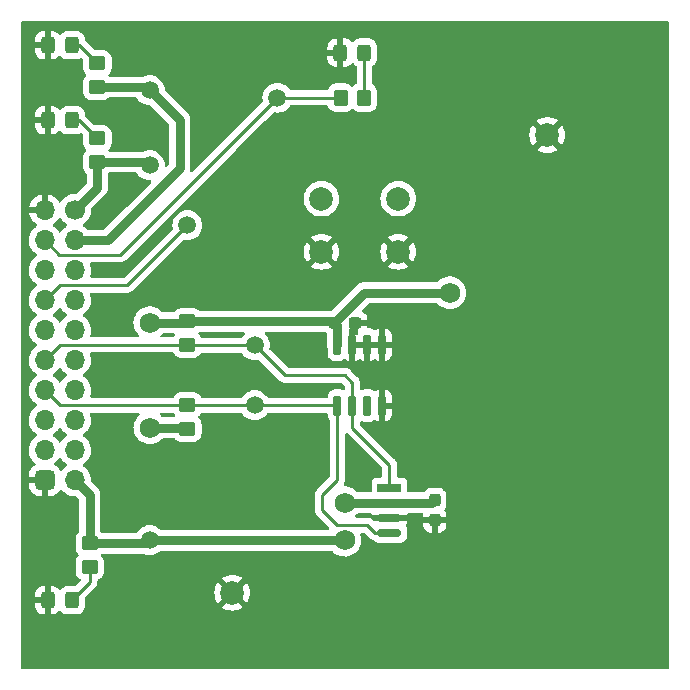
<source format=gbr>
%TF.GenerationSoftware,KiCad,Pcbnew,(6.0.7)*%
%TF.CreationDate,2022-10-05T11:52:24+02:00*%
%TF.ProjectId,STK3700_Expansion_board,53544b33-3730-4305-9f45-7870616e7369,rev?*%
%TF.SameCoordinates,Original*%
%TF.FileFunction,Copper,L1,Top*%
%TF.FilePolarity,Positive*%
%FSLAX46Y46*%
G04 Gerber Fmt 4.6, Leading zero omitted, Abs format (unit mm)*
G04 Created by KiCad (PCBNEW (6.0.7)) date 2022-10-05 11:52:24*
%MOMM*%
%LPD*%
G01*
G04 APERTURE LIST*
G04 Aperture macros list*
%AMRoundRect*
0 Rectangle with rounded corners*
0 $1 Rounding radius*
0 $2 $3 $4 $5 $6 $7 $8 $9 X,Y pos of 4 corners*
0 Add a 4 corners polygon primitive as box body*
4,1,4,$2,$3,$4,$5,$6,$7,$8,$9,$2,$3,0*
0 Add four circle primitives for the rounded corners*
1,1,$1+$1,$2,$3*
1,1,$1+$1,$4,$5*
1,1,$1+$1,$6,$7*
1,1,$1+$1,$8,$9*
0 Add four rect primitives between the rounded corners*
20,1,$1+$1,$2,$3,$4,$5,0*
20,1,$1+$1,$4,$5,$6,$7,0*
20,1,$1+$1,$6,$7,$8,$9,0*
20,1,$1+$1,$8,$9,$2,$3,0*%
G04 Aperture macros list end*
%TA.AperFunction,SMDPad,CuDef*%
%ADD10RoundRect,0.150000X0.150000X-0.725000X0.150000X0.725000X-0.150000X0.725000X-0.150000X-0.725000X0*%
%TD*%
%TA.AperFunction,SMDPad,CuDef*%
%ADD11RoundRect,0.175000X-0.825000X-0.175000X0.825000X-0.175000X0.825000X0.175000X-0.825000X0.175000X0*%
%TD*%
%TA.AperFunction,SMDPad,CuDef*%
%ADD12R,2.000000X0.700000*%
%TD*%
%TA.AperFunction,ComponentPad*%
%ADD13C,1.500000*%
%TD*%
%TA.AperFunction,ComponentPad*%
%ADD14C,2.000000*%
%TD*%
%TA.AperFunction,SMDPad,CuDef*%
%ADD15RoundRect,0.250000X-0.450000X0.350000X-0.450000X-0.350000X0.450000X-0.350000X0.450000X0.350000X0*%
%TD*%
%TA.AperFunction,SMDPad,CuDef*%
%ADD16RoundRect,0.250000X0.450000X-0.350000X0.450000X0.350000X-0.450000X0.350000X-0.450000X-0.350000X0*%
%TD*%
%TA.AperFunction,SMDPad,CuDef*%
%ADD17RoundRect,0.250000X-0.350000X-0.450000X0.350000X-0.450000X0.350000X0.450000X-0.350000X0.450000X0*%
%TD*%
%TA.AperFunction,ComponentPad*%
%ADD18RoundRect,0.425000X-0.425000X-0.425000X0.425000X-0.425000X0.425000X0.425000X-0.425000X0.425000X0*%
%TD*%
%TA.AperFunction,ComponentPad*%
%ADD19O,1.700000X1.700000*%
%TD*%
%TA.AperFunction,ComponentPad*%
%ADD20C,1.700000*%
%TD*%
%TA.AperFunction,SMDPad,CuDef*%
%ADD21RoundRect,0.250000X-0.325000X-0.450000X0.325000X-0.450000X0.325000X0.450000X-0.325000X0.450000X0*%
%TD*%
%TA.AperFunction,SMDPad,CuDef*%
%ADD22RoundRect,0.237500X-0.237500X0.300000X-0.237500X-0.300000X0.237500X-0.300000X0.237500X0.300000X0*%
%TD*%
%TA.AperFunction,SMDPad,CuDef*%
%ADD23RoundRect,0.237500X-0.300000X-0.237500X0.300000X-0.237500X0.300000X0.237500X-0.300000X0.237500X0*%
%TD*%
%TA.AperFunction,ViaPad*%
%ADD24C,1.750000*%
%TD*%
%TA.AperFunction,Conductor*%
%ADD25C,0.250000*%
%TD*%
%TA.AperFunction,Conductor*%
%ADD26C,0.750000*%
%TD*%
G04 APERTURE END LIST*
D10*
%TO.P,U1,8,+Vs*%
%TO.N,VMCU*%
X85725000Y-71085000D03*
%TO.P,U1,7,A0*%
%TO.N,GND*%
X86995000Y-71085000D03*
%TO.P,U1,6,A1*%
X88265000Y-71085000D03*
%TO.P,U1,5,A2*%
X89535000Y-71085000D03*
%TO.P,U1,4,GND*%
X89535000Y-76235000D03*
%TO.P,U1,3,O.S.*%
%TO.N,unconnected-(U2-Pad3)*%
X88265000Y-76235000D03*
%TO.P,U1,2,SCL*%
%TO.N,/SCL*%
X86995000Y-76235000D03*
%TO.P,U1,1,SDA*%
%TO.N,/SDA*%
X85725000Y-76235000D03*
%TD*%
D11*
%TO.P,U2,4,SDA*%
%TO.N,/SDA*%
X90135000Y-86995000D03*
%TO.P,U2,3,GND*%
%TO.N,GND*%
X90135000Y-85725000D03*
%TO.P,U2,2,Vdd*%
%TO.N,VMCU*%
X90135000Y-84455000D03*
D12*
%TO.P,U2,1,SCL*%
%TO.N,/SCL*%
X90135000Y-83185000D03*
%TD*%
D13*
%TO.P,TP1,1,1*%
%TO.N,+3V3*%
X69850000Y-55880000D03*
%TD*%
%TO.P,TP2,1,1*%
%TO.N,+5V*%
X69850000Y-49530000D03*
%TD*%
%TO.P,TP3,1,1*%
%TO.N,/USER_LED*%
X80645000Y-50165000D03*
%TD*%
%TO.P,TP4,1,1*%
%TO.N,/USER_BTN*%
X73025000Y-60960000D03*
%TD*%
%TO.P,TP6,1,1*%
%TO.N,/SCL*%
X78740000Y-71120000D03*
%TD*%
%TO.P,TP7,1,1*%
%TO.N,/SDA*%
X78740000Y-76200000D03*
%TD*%
%TO.P,TP8,1,1*%
%TO.N,VMCU*%
X69850000Y-87630000D03*
%TD*%
D14*
%TO.P,TP5,1,1*%
%TO.N,GND*%
X103505000Y-53340000D03*
%TD*%
%TO.P,TP9,1,1*%
%TO.N,GND*%
X76835000Y-92075000D03*
%TD*%
%TO.P,SW1,2,2*%
%TO.N,GND*%
X84380000Y-63210000D03*
X90880000Y-63210000D03*
%TO.P,SW1,1,1*%
%TO.N,Net-(R1-Pad2)*%
X84380000Y-58710000D03*
X90880000Y-58710000D03*
%TD*%
D15*
%TO.P,R4,2*%
%TO.N,/SCL*%
X73025000Y-71104000D03*
%TO.P,R4,1*%
%TO.N,VMCU*%
X73025000Y-69104000D03*
%TD*%
D16*
%TO.P,R5,2*%
%TO.N,/SDA*%
X73025000Y-76200000D03*
%TO.P,R5,1*%
%TO.N,VMCU*%
X73025000Y-78200000D03*
%TD*%
D15*
%TO.P,R6,1*%
%TO.N,VMCU*%
X64770000Y-87900000D03*
%TO.P,R6,2*%
%TO.N,Net-(D4-Pad2)*%
X64770000Y-89900000D03*
%TD*%
D16*
%TO.P,R1,1*%
%TO.N,+3V3*%
X65405000Y-55610000D03*
%TO.P,R1,2*%
%TO.N,Net-(D3-Pad2)*%
X65405000Y-53610000D03*
%TD*%
%TO.P,R2,2*%
%TO.N,Net-(D2-Pad2)*%
X65405000Y-47260000D03*
%TO.P,R2,1*%
%TO.N,+5V*%
X65405000Y-49260000D03*
%TD*%
D17*
%TO.P,R3,1*%
%TO.N,/USER_LED*%
X85995000Y-50165000D03*
%TO.P,R3,2*%
%TO.N,Net-(D1-Pad2)*%
X87995000Y-50165000D03*
%TD*%
D18*
%TO.P,J1,1,GND*%
%TO.N,GND*%
X60960000Y-82550000D03*
D19*
%TO.P,J1,2,VMCU*%
%TO.N,VMCU*%
X63500000Y-82550000D03*
%TO.P,J1,3,PC0*%
%TO.N,unconnected-(J1-Pad3)*%
X60960000Y-80010000D03*
%TO.P,J1,4,PD0*%
%TO.N,unconnected-(J1-Pad4)*%
X63500000Y-80010000D03*
%TO.P,J1,5,PC3*%
%TO.N,unconnected-(J1-Pad5)*%
X60960000Y-77470000D03*
%TO.P,J1,6,PD1*%
%TO.N,unconnected-(J1-Pad6)*%
X63500000Y-77470000D03*
%TO.P,J1,7,PC4*%
%TO.N,/SDA*%
X60960000Y-74930000D03*
%TO.P,J1,8,PD2*%
%TO.N,unconnected-(J1-Pad8)*%
X63500000Y-74930000D03*
%TO.P,J1,9,PC5*%
%TO.N,/SCL*%
X60960000Y-72390000D03*
%TO.P,J1,10,PD3*%
%TO.N,unconnected-(J1-Pad10)*%
X63500000Y-72390000D03*
%TO.P,J1,11,PB11*%
%TO.N,unconnected-(J1-Pad11)*%
X60960000Y-69850000D03*
%TO.P,J1,12,PD4*%
%TO.N,unconnected-(J1-Pad12)*%
X63500000Y-69850000D03*
%TO.P,J1,13,PB12*%
%TO.N,/USER_BTN*%
X60960000Y-67310000D03*
%TO.P,J1,14,PD5*%
%TO.N,unconnected-(J1-Pad14)*%
X63500000Y-67310000D03*
%TO.P,J1,15,PC6*%
%TO.N,unconnected-(J1-Pad15)*%
X60960000Y-64770000D03*
%TO.P,J1,16,PD6*%
%TO.N,unconnected-(J1-Pad16)*%
X63500000Y-64770000D03*
%TO.P,J1,17,PD7*%
%TO.N,/USER_LED*%
X60960000Y-62230000D03*
%TO.P,J1,18,5V*%
%TO.N,+5V*%
X63500000Y-62230000D03*
%TO.P,J1,19,GND*%
%TO.N,GND*%
X60960000Y-59690000D03*
D20*
%TO.P,J1,20,3V3*%
%TO.N,+3V3*%
X63500000Y-59690000D03*
%TD*%
D21*
%TO.P,D4,2,A*%
%TO.N,Net-(D4-Pad2)*%
X63255000Y-92710000D03*
%TO.P,D4,1,K*%
%TO.N,GND*%
X61205000Y-92710000D03*
%TD*%
%TO.P,D1,2,A*%
%TO.N,Net-(D3-Pad2)*%
X63255000Y-52070000D03*
%TO.P,D1,1,K*%
%TO.N,GND*%
X61205000Y-52070000D03*
%TD*%
%TO.P,D2,2,A*%
%TO.N,Net-(D2-Pad2)*%
X63255000Y-45720000D03*
%TO.P,D2,1,K*%
%TO.N,GND*%
X61205000Y-45720000D03*
%TD*%
%TO.P,D3,2,A*%
%TO.N,Net-(D1-Pad2)*%
X88020000Y-46355000D03*
%TO.P,D3,1,K*%
%TO.N,GND*%
X85970000Y-46355000D03*
%TD*%
D22*
%TO.P,C2,2*%
%TO.N,GND*%
X93980000Y-85952500D03*
%TO.P,C2,1*%
%TO.N,VMCU*%
X93980000Y-84227500D03*
%TD*%
D23*
%TO.P,C1,2*%
%TO.N,GND*%
X87222500Y-69215000D03*
%TO.P,C1,1*%
%TO.N,VMCU*%
X85497500Y-69215000D03*
%TD*%
D24*
%TO.N,VMCU*%
X95250000Y-66675000D03*
X86360000Y-84455000D03*
X86360000Y-87630000D03*
X69850000Y-69215000D03*
X69850000Y-78105000D03*
%TD*%
D25*
%TO.N,Net-(D1-Pad2)*%
X87995000Y-46380000D02*
X88020000Y-46355000D01*
X87995000Y-50165000D02*
X87995000Y-46380000D01*
%TO.N,/USER_LED*%
X80645000Y-50165000D02*
X85995000Y-50165000D01*
X67355000Y-63455000D02*
X80645000Y-50165000D01*
X60960000Y-62230000D02*
X62185000Y-63455000D01*
X62185000Y-63455000D02*
X67355000Y-63455000D01*
%TO.N,/USER_BTN*%
X67945000Y-66040000D02*
X73025000Y-60960000D01*
X62230000Y-66040000D02*
X67945000Y-66040000D01*
X60960000Y-67310000D02*
X62230000Y-66040000D01*
%TO.N,/SDA*%
X90135000Y-86995000D02*
X88900000Y-86995000D01*
X84455000Y-85090000D02*
X85725000Y-86360000D01*
X85725000Y-86360000D02*
X88265000Y-86360000D01*
X84455000Y-83820000D02*
X84455000Y-85090000D01*
X85725000Y-82550000D02*
X84455000Y-83820000D01*
X85725000Y-76235000D02*
X85725000Y-82550000D01*
X88265000Y-86360000D02*
X88900000Y-86995000D01*
%TO.N,/SCL*%
X90135000Y-81245000D02*
X86995000Y-78105000D01*
X90135000Y-83185000D02*
X90135000Y-81245000D01*
X86995000Y-76235000D02*
X86995000Y-78105000D01*
X86360000Y-73660000D02*
X86995000Y-74295000D01*
X81280000Y-73660000D02*
X86360000Y-73660000D01*
X78740000Y-71120000D02*
X81280000Y-73660000D01*
X86995000Y-74295000D02*
X86995000Y-76235000D01*
%TO.N,/SDA*%
X78740000Y-76200000D02*
X85690000Y-76200000D01*
X85690000Y-76200000D02*
X85725000Y-76235000D01*
X73025000Y-76200000D02*
X78740000Y-76200000D01*
%TO.N,/SCL*%
X73041000Y-71120000D02*
X78740000Y-71120000D01*
X73025000Y-71104000D02*
X73041000Y-71120000D01*
%TO.N,/SDA*%
X62230000Y-76200000D02*
X73025000Y-76200000D01*
X60960000Y-74930000D02*
X62230000Y-76200000D01*
%TO.N,/SCL*%
X60960000Y-72390000D02*
X62246000Y-71104000D01*
X62246000Y-71104000D02*
X73025000Y-71104000D01*
D26*
%TO.N,VMCU*%
X93752500Y-84455000D02*
X93980000Y-84227500D01*
X90135000Y-84455000D02*
X93752500Y-84455000D01*
D25*
%TO.N,Net-(D4-Pad2)*%
X64770000Y-91195000D02*
X64770000Y-89900000D01*
X63255000Y-92710000D02*
X64770000Y-91195000D01*
%TO.N,Net-(D3-Pad2)*%
X63865000Y-52070000D02*
X65405000Y-53610000D01*
X63255000Y-52070000D02*
X63865000Y-52070000D01*
%TO.N,Net-(D2-Pad2)*%
X63865000Y-45720000D02*
X63255000Y-45720000D01*
X65405000Y-47260000D02*
X63865000Y-45720000D01*
D26*
%TO.N,VMCU*%
X88005241Y-66675000D02*
X95250000Y-66675000D01*
X85497500Y-69182741D02*
X88005241Y-66675000D01*
X85497500Y-69215000D02*
X85497500Y-69182741D01*
X85725000Y-69442500D02*
X85497500Y-69215000D01*
X85725000Y-71085000D02*
X85725000Y-69442500D01*
X85386500Y-69104000D02*
X85497500Y-69215000D01*
X73025000Y-69104000D02*
X85386500Y-69104000D01*
X86360000Y-84455000D02*
X90135000Y-84455000D01*
X69850000Y-87630000D02*
X86360000Y-87630000D01*
X69850000Y-69215000D02*
X72914000Y-69215000D01*
X72914000Y-69215000D02*
X73025000Y-69104000D01*
X69850000Y-78105000D02*
X72930000Y-78105000D01*
X72930000Y-78105000D02*
X73025000Y-78200000D01*
X69580000Y-87900000D02*
X69850000Y-87630000D01*
X64770000Y-87900000D02*
X69580000Y-87900000D01*
X64770000Y-83820000D02*
X63500000Y-82550000D01*
X64770000Y-87900000D02*
X64770000Y-83820000D01*
%TO.N,+5V*%
X72390000Y-52070000D02*
X69850000Y-49530000D01*
X66314287Y-62230000D02*
X72390000Y-56154287D01*
X72390000Y-56154287D02*
X72390000Y-52070000D01*
X63500000Y-62230000D02*
X66314287Y-62230000D01*
X69580000Y-49260000D02*
X69850000Y-49530000D01*
X65405000Y-49260000D02*
X69580000Y-49260000D01*
%TO.N,+3V3*%
X69580000Y-55610000D02*
X69850000Y-55880000D01*
X65405000Y-55610000D02*
X69580000Y-55610000D01*
X65405000Y-57785000D02*
X63500000Y-59690000D01*
X65405000Y-55610000D02*
X65405000Y-57785000D01*
%TD*%
%TA.AperFunction,Conductor*%
%TO.N,GND*%
G36*
X113733621Y-43708502D02*
G01*
X113780114Y-43762158D01*
X113791500Y-43814500D01*
X113791500Y-98425500D01*
X113771498Y-98493621D01*
X113717842Y-98540114D01*
X113665500Y-98551500D01*
X59054500Y-98551500D01*
X58986379Y-98531498D01*
X58939886Y-98477842D01*
X58928500Y-98425500D01*
X58928500Y-93207095D01*
X60122001Y-93207095D01*
X60122338Y-93213614D01*
X60132257Y-93309206D01*
X60135149Y-93322600D01*
X60186588Y-93476784D01*
X60192761Y-93489962D01*
X60278063Y-93627807D01*
X60287099Y-93639208D01*
X60401829Y-93753739D01*
X60413240Y-93762751D01*
X60551243Y-93847816D01*
X60564424Y-93853963D01*
X60718710Y-93905138D01*
X60732086Y-93908005D01*
X60826438Y-93917672D01*
X60832854Y-93918000D01*
X60932885Y-93918000D01*
X60948124Y-93913525D01*
X60949329Y-93912135D01*
X60951000Y-93904452D01*
X60951000Y-92982115D01*
X60946525Y-92966876D01*
X60945135Y-92965671D01*
X60937452Y-92964000D01*
X60140116Y-92964000D01*
X60124877Y-92968475D01*
X60123672Y-92969865D01*
X60122001Y-92977548D01*
X60122001Y-93207095D01*
X58928500Y-93207095D01*
X58928500Y-92437885D01*
X60122000Y-92437885D01*
X60126475Y-92453124D01*
X60127865Y-92454329D01*
X60135548Y-92456000D01*
X60932885Y-92456000D01*
X60948124Y-92451525D01*
X60949329Y-92450135D01*
X60951000Y-92442452D01*
X60951000Y-91520116D01*
X60946525Y-91504877D01*
X60945135Y-91503672D01*
X60937452Y-91502001D01*
X60832905Y-91502001D01*
X60826386Y-91502338D01*
X60730794Y-91512257D01*
X60717400Y-91515149D01*
X60563216Y-91566588D01*
X60550038Y-91572761D01*
X60412193Y-91658063D01*
X60400792Y-91667099D01*
X60286261Y-91781829D01*
X60277249Y-91793240D01*
X60192184Y-91931243D01*
X60186037Y-91944424D01*
X60134862Y-92098710D01*
X60131995Y-92112086D01*
X60122328Y-92206438D01*
X60122000Y-92212855D01*
X60122000Y-92437885D01*
X58928500Y-92437885D01*
X58928500Y-83037825D01*
X59602001Y-83037825D01*
X59602195Y-83042756D01*
X59607958Y-83116003D01*
X59609905Y-83127332D01*
X59657464Y-83304825D01*
X59662168Y-83317079D01*
X59745214Y-83480066D01*
X59752364Y-83491077D01*
X59867485Y-83633238D01*
X59876762Y-83642515D01*
X60018923Y-83757636D01*
X60029934Y-83764786D01*
X60192921Y-83847832D01*
X60205175Y-83852536D01*
X60382666Y-83900095D01*
X60393999Y-83902042D01*
X60467246Y-83907807D01*
X60472172Y-83908000D01*
X60687885Y-83908000D01*
X60703124Y-83903525D01*
X60704329Y-83902135D01*
X60706000Y-83894452D01*
X60706000Y-82822115D01*
X60701525Y-82806876D01*
X60700135Y-82805671D01*
X60692452Y-82804000D01*
X59620116Y-82804000D01*
X59604877Y-82808475D01*
X59603672Y-82809865D01*
X59602001Y-82817548D01*
X59602001Y-83037825D01*
X58928500Y-83037825D01*
X58928500Y-79976695D01*
X59597251Y-79976695D01*
X59597548Y-79981848D01*
X59597548Y-79981851D01*
X59603011Y-80076590D01*
X59610110Y-80199715D01*
X59611247Y-80204761D01*
X59611248Y-80204767D01*
X59631119Y-80292939D01*
X59659222Y-80417639D01*
X59743266Y-80624616D01*
X59794019Y-80707438D01*
X59857291Y-80810688D01*
X59859987Y-80815088D01*
X60006250Y-80983938D01*
X60130151Y-81086802D01*
X60169786Y-81145704D01*
X60171284Y-81216685D01*
X60134170Y-81277208D01*
X60106869Y-81296013D01*
X60029934Y-81335214D01*
X60018923Y-81342364D01*
X59876762Y-81457485D01*
X59867485Y-81466762D01*
X59752364Y-81608923D01*
X59745214Y-81619934D01*
X59662168Y-81782921D01*
X59657464Y-81795175D01*
X59609905Y-81972666D01*
X59607958Y-81983999D01*
X59602193Y-82057246D01*
X59602000Y-82062173D01*
X59602000Y-82277885D01*
X59606475Y-82293124D01*
X59607865Y-82294329D01*
X59615548Y-82296000D01*
X61088000Y-82296000D01*
X61156121Y-82316002D01*
X61202614Y-82369658D01*
X61214000Y-82422000D01*
X61214000Y-83889884D01*
X61218475Y-83905123D01*
X61219865Y-83906328D01*
X61227548Y-83907999D01*
X61447825Y-83907999D01*
X61452756Y-83907805D01*
X61526003Y-83902042D01*
X61537332Y-83900095D01*
X61714825Y-83852536D01*
X61727079Y-83847832D01*
X61890066Y-83764786D01*
X61901077Y-83757636D01*
X62043238Y-83642515D01*
X62052515Y-83633238D01*
X62167636Y-83491077D01*
X62174788Y-83480063D01*
X62213320Y-83404439D01*
X62262067Y-83352823D01*
X62330982Y-83335757D01*
X62398184Y-83358657D01*
X62420824Y-83379143D01*
X62542865Y-83520031D01*
X62542869Y-83520035D01*
X62546250Y-83523938D01*
X62718126Y-83666632D01*
X62911000Y-83779338D01*
X62915825Y-83781180D01*
X62915826Y-83781181D01*
X62956888Y-83796861D01*
X63119692Y-83859030D01*
X63124760Y-83860061D01*
X63124763Y-83860062D01*
X63212578Y-83877928D01*
X63338597Y-83903567D01*
X63343772Y-83903757D01*
X63343774Y-83903757D01*
X63561837Y-83911753D01*
X63561772Y-83913539D01*
X63623124Y-83928558D01*
X63648993Y-83948451D01*
X63849595Y-84149053D01*
X63883621Y-84211365D01*
X63886500Y-84238148D01*
X63886500Y-86859317D01*
X63866498Y-86927438D01*
X63845145Y-86951016D01*
X63845652Y-86951522D01*
X63720695Y-87076697D01*
X63716855Y-87082927D01*
X63716854Y-87082928D01*
X63652312Y-87187635D01*
X63627885Y-87227262D01*
X63625581Y-87234209D01*
X63574821Y-87387247D01*
X63572203Y-87395139D01*
X63571503Y-87401975D01*
X63571502Y-87401978D01*
X63567091Y-87445031D01*
X63561500Y-87499600D01*
X63561500Y-88300400D01*
X63572474Y-88406166D01*
X63574655Y-88412702D01*
X63574655Y-88412704D01*
X63609244Y-88516379D01*
X63628450Y-88573946D01*
X63721522Y-88724348D01*
X63726704Y-88729521D01*
X63808109Y-88810784D01*
X63842188Y-88873066D01*
X63837185Y-88943886D01*
X63808264Y-88988975D01*
X63780663Y-89016624D01*
X63720695Y-89076697D01*
X63627885Y-89227262D01*
X63572203Y-89395139D01*
X63561500Y-89499600D01*
X63561500Y-90300400D01*
X63572474Y-90406166D01*
X63628450Y-90573946D01*
X63721522Y-90724348D01*
X63726704Y-90729521D01*
X63788451Y-90791161D01*
X63846697Y-90849305D01*
X63941822Y-90907941D01*
X63989314Y-90960712D01*
X64000738Y-91030784D01*
X63972464Y-91095907D01*
X63964803Y-91104293D01*
X63751239Y-91317856D01*
X63604499Y-91464596D01*
X63542187Y-91498621D01*
X63515404Y-91501500D01*
X62879600Y-91501500D01*
X62876354Y-91501837D01*
X62876350Y-91501837D01*
X62780692Y-91511762D01*
X62780688Y-91511763D01*
X62773834Y-91512474D01*
X62767298Y-91514655D01*
X62767296Y-91514655D01*
X62703195Y-91536041D01*
X62606054Y-91568450D01*
X62455652Y-91661522D01*
X62330695Y-91786697D01*
X62327898Y-91791235D01*
X62270647Y-91831824D01*
X62199724Y-91835054D01*
X62138313Y-91799428D01*
X62130938Y-91790932D01*
X62122902Y-91780793D01*
X62008171Y-91666261D01*
X61996760Y-91657249D01*
X61858757Y-91572184D01*
X61845576Y-91566037D01*
X61691290Y-91514862D01*
X61677914Y-91511995D01*
X61583562Y-91502328D01*
X61577145Y-91502000D01*
X61477115Y-91502000D01*
X61461876Y-91506475D01*
X61460671Y-91507865D01*
X61459000Y-91515548D01*
X61459000Y-93899884D01*
X61463475Y-93915123D01*
X61464865Y-93916328D01*
X61472548Y-93917999D01*
X61577095Y-93917999D01*
X61583614Y-93917662D01*
X61679206Y-93907743D01*
X61692600Y-93904851D01*
X61846784Y-93853412D01*
X61859962Y-93847239D01*
X61997807Y-93761937D01*
X62009208Y-93752901D01*
X62123738Y-93638172D01*
X62130794Y-93629238D01*
X62188712Y-93588177D01*
X62259635Y-93584947D01*
X62321046Y-93620574D01*
X62327846Y-93628407D01*
X62331522Y-93634348D01*
X62456697Y-93759305D01*
X62462927Y-93763145D01*
X62462928Y-93763146D01*
X62600288Y-93847816D01*
X62607262Y-93852115D01*
X62687005Y-93878564D01*
X62768611Y-93905632D01*
X62768613Y-93905632D01*
X62775139Y-93907797D01*
X62781975Y-93908497D01*
X62781978Y-93908498D01*
X62825031Y-93912909D01*
X62879600Y-93918500D01*
X63630400Y-93918500D01*
X63633646Y-93918163D01*
X63633650Y-93918163D01*
X63729308Y-93908238D01*
X63729312Y-93908237D01*
X63736166Y-93907526D01*
X63742702Y-93905345D01*
X63742704Y-93905345D01*
X63874806Y-93861272D01*
X63903946Y-93851550D01*
X64054348Y-93758478D01*
X64179305Y-93633303D01*
X64218678Y-93569428D01*
X64268275Y-93488968D01*
X64268276Y-93488966D01*
X64272115Y-93482738D01*
X64327797Y-93314861D01*
X64328534Y-93307670D01*
X75967160Y-93307670D01*
X75972887Y-93315320D01*
X76144042Y-93420205D01*
X76152837Y-93424687D01*
X76362988Y-93511734D01*
X76372373Y-93514783D01*
X76593554Y-93567885D01*
X76603301Y-93569428D01*
X76830070Y-93587275D01*
X76839930Y-93587275D01*
X77066699Y-93569428D01*
X77076446Y-93567885D01*
X77297627Y-93514783D01*
X77307012Y-93511734D01*
X77517163Y-93424687D01*
X77525958Y-93420205D01*
X77693445Y-93317568D01*
X77702907Y-93307110D01*
X77699124Y-93298334D01*
X76847812Y-92447022D01*
X76833868Y-92439408D01*
X76832035Y-92439539D01*
X76825420Y-92443790D01*
X75973920Y-93295290D01*
X75967160Y-93307670D01*
X64328534Y-93307670D01*
X64329491Y-93298334D01*
X64332909Y-93264969D01*
X64338500Y-93210400D01*
X64338500Y-92574594D01*
X64358502Y-92506473D01*
X64375405Y-92485499D01*
X64780974Y-92079930D01*
X75322725Y-92079930D01*
X75340572Y-92306699D01*
X75342115Y-92316446D01*
X75395217Y-92537627D01*
X75398266Y-92547012D01*
X75485313Y-92757163D01*
X75489795Y-92765958D01*
X75592432Y-92933445D01*
X75602890Y-92942907D01*
X75611666Y-92939124D01*
X76462978Y-92087812D01*
X76469356Y-92076132D01*
X77199408Y-92076132D01*
X77199539Y-92077965D01*
X77203790Y-92084580D01*
X78055290Y-92936080D01*
X78067670Y-92942840D01*
X78075320Y-92937113D01*
X78180205Y-92765958D01*
X78184687Y-92757163D01*
X78271734Y-92547012D01*
X78274783Y-92537627D01*
X78327885Y-92316446D01*
X78329428Y-92306699D01*
X78347275Y-92079930D01*
X78347275Y-92070070D01*
X78329428Y-91843301D01*
X78327885Y-91833554D01*
X78274783Y-91612373D01*
X78271734Y-91602988D01*
X78184687Y-91392837D01*
X78180205Y-91384042D01*
X78077568Y-91216555D01*
X78067110Y-91207093D01*
X78058334Y-91210876D01*
X77207022Y-92062188D01*
X77199408Y-92076132D01*
X76469356Y-92076132D01*
X76470592Y-92073868D01*
X76470461Y-92072035D01*
X76466210Y-92065420D01*
X75614710Y-91213920D01*
X75602330Y-91207160D01*
X75594680Y-91212887D01*
X75489795Y-91384042D01*
X75485313Y-91392837D01*
X75398266Y-91602988D01*
X75395217Y-91612373D01*
X75342115Y-91833554D01*
X75340572Y-91843301D01*
X75322725Y-92070070D01*
X75322725Y-92079930D01*
X64780974Y-92079930D01*
X65162247Y-91698657D01*
X65170537Y-91691113D01*
X65177018Y-91687000D01*
X65223659Y-91637332D01*
X65226413Y-91634491D01*
X65246135Y-91614769D01*
X65248612Y-91611576D01*
X65256317Y-91602555D01*
X65281159Y-91576100D01*
X65286586Y-91570321D01*
X65290407Y-91563371D01*
X65296346Y-91552568D01*
X65307202Y-91536041D01*
X65314757Y-91526302D01*
X65314758Y-91526300D01*
X65319614Y-91520040D01*
X65337174Y-91479460D01*
X65342391Y-91468812D01*
X65359875Y-91437009D01*
X65359876Y-91437007D01*
X65363695Y-91430060D01*
X65368733Y-91410437D01*
X65375137Y-91391734D01*
X65380033Y-91380420D01*
X65380033Y-91380419D01*
X65383181Y-91373145D01*
X65384420Y-91365322D01*
X65384423Y-91365312D01*
X65390099Y-91329476D01*
X65392505Y-91317856D01*
X65401528Y-91282711D01*
X65401528Y-91282710D01*
X65403500Y-91275030D01*
X65403500Y-91254776D01*
X65405051Y-91235065D01*
X65406980Y-91222886D01*
X65408220Y-91215057D01*
X65404059Y-91171038D01*
X65403500Y-91159181D01*
X65403500Y-91079197D01*
X65423502Y-91011076D01*
X65477158Y-90964583D01*
X65489623Y-90959674D01*
X65537002Y-90943867D01*
X65537004Y-90943866D01*
X65543946Y-90941550D01*
X65694348Y-90848478D01*
X65699926Y-90842890D01*
X75967093Y-90842890D01*
X75970876Y-90851666D01*
X76822188Y-91702978D01*
X76836132Y-91710592D01*
X76837965Y-91710461D01*
X76844580Y-91706210D01*
X77696080Y-90854710D01*
X77702840Y-90842330D01*
X77697113Y-90834680D01*
X77525958Y-90729795D01*
X77517163Y-90725313D01*
X77307012Y-90638266D01*
X77297627Y-90635217D01*
X77076446Y-90582115D01*
X77066699Y-90580572D01*
X76839930Y-90562725D01*
X76830070Y-90562725D01*
X76603301Y-90580572D01*
X76593554Y-90582115D01*
X76372373Y-90635217D01*
X76362988Y-90638266D01*
X76152837Y-90725313D01*
X76144042Y-90729795D01*
X75976555Y-90832432D01*
X75967093Y-90842890D01*
X65699926Y-90842890D01*
X65819305Y-90723303D01*
X65912115Y-90572738D01*
X65967797Y-90404861D01*
X65978500Y-90300400D01*
X65978500Y-89499600D01*
X65967526Y-89393834D01*
X65911550Y-89226054D01*
X65818478Y-89075652D01*
X65813296Y-89070479D01*
X65741365Y-88998673D01*
X65707286Y-88936390D01*
X65712289Y-88865570D01*
X65754786Y-88808698D01*
X65821285Y-88783829D01*
X65830383Y-88783500D01*
X69317892Y-88783500D01*
X69371141Y-88795305D01*
X69417924Y-88817120D01*
X69423228Y-88818541D01*
X69423233Y-88818543D01*
X69538038Y-88849305D01*
X69630629Y-88874115D01*
X69850000Y-88893307D01*
X70069371Y-88874115D01*
X70282076Y-88817120D01*
X70481654Y-88724056D01*
X70662038Y-88597749D01*
X70709382Y-88550405D01*
X70771694Y-88516379D01*
X70798477Y-88513500D01*
X85237278Y-88513500D01*
X85305399Y-88533502D01*
X85332515Y-88557002D01*
X85341174Y-88566998D01*
X85388698Y-88621861D01*
X85563737Y-88767181D01*
X85568189Y-88769783D01*
X85568194Y-88769786D01*
X85747551Y-88874594D01*
X85760160Y-88881962D01*
X85972693Y-88963120D01*
X85977759Y-88964151D01*
X85977760Y-88964151D01*
X86076861Y-88984313D01*
X86195627Y-89008476D01*
X86323437Y-89013163D01*
X86417811Y-89016624D01*
X86417815Y-89016624D01*
X86422975Y-89016813D01*
X86428095Y-89016157D01*
X86428097Y-89016157D01*
X86643504Y-88988563D01*
X86643505Y-88988563D01*
X86648632Y-88987906D01*
X86731248Y-88963120D01*
X86861591Y-88924015D01*
X86861592Y-88924014D01*
X86866537Y-88922531D01*
X87070839Y-88822444D01*
X87075043Y-88819446D01*
X87075047Y-88819443D01*
X87251847Y-88693333D01*
X87251849Y-88693331D01*
X87256051Y-88690334D01*
X87417199Y-88529747D01*
X87428874Y-88513500D01*
X87546938Y-88349198D01*
X87546942Y-88349192D01*
X87549956Y-88344997D01*
X87650755Y-88141046D01*
X87716890Y-87923370D01*
X87746585Y-87697815D01*
X87746667Y-87694463D01*
X87748160Y-87633365D01*
X87748160Y-87633361D01*
X87748242Y-87630000D01*
X87729601Y-87403264D01*
X87674178Y-87182617D01*
X87668580Y-87169742D01*
X87659759Y-87099298D01*
X87690425Y-87035265D01*
X87750841Y-86997977D01*
X87784129Y-86993500D01*
X87950406Y-86993500D01*
X88018527Y-87013502D01*
X88039501Y-87030405D01*
X88396343Y-87387247D01*
X88403887Y-87395537D01*
X88408000Y-87402018D01*
X88413777Y-87407443D01*
X88457667Y-87448658D01*
X88460509Y-87451413D01*
X88480231Y-87471135D01*
X88483355Y-87473558D01*
X88483359Y-87473562D01*
X88483424Y-87473612D01*
X88492445Y-87481317D01*
X88524679Y-87511586D01*
X88531627Y-87515405D01*
X88531629Y-87515407D01*
X88542432Y-87521346D01*
X88558959Y-87532202D01*
X88568698Y-87539757D01*
X88568700Y-87539758D01*
X88574960Y-87544614D01*
X88615540Y-87562174D01*
X88626188Y-87567391D01*
X88664940Y-87588695D01*
X88672616Y-87590666D01*
X88672619Y-87590667D01*
X88684562Y-87593733D01*
X88703267Y-87600137D01*
X88721855Y-87608181D01*
X88729684Y-87609421D01*
X88729687Y-87609422D01*
X88752316Y-87613007D01*
X88821697Y-87648360D01*
X88885158Y-87711821D01*
X88891660Y-87715758D01*
X88891659Y-87715758D01*
X89020164Y-87793583D01*
X89020167Y-87793584D01*
X89026664Y-87797519D01*
X89033914Y-87799791D01*
X89178144Y-87844991D01*
X89178147Y-87844992D01*
X89184527Y-87846991D01*
X89255366Y-87853500D01*
X91014634Y-87853500D01*
X91085473Y-87846991D01*
X91091853Y-87844992D01*
X91091856Y-87844991D01*
X91236086Y-87799791D01*
X91243336Y-87797519D01*
X91249833Y-87793584D01*
X91249836Y-87793583D01*
X91378341Y-87715758D01*
X91378340Y-87715758D01*
X91384842Y-87711821D01*
X91501821Y-87594842D01*
X91561438Y-87496402D01*
X91583583Y-87459836D01*
X91583584Y-87459833D01*
X91587519Y-87453336D01*
X91595170Y-87428922D01*
X91634991Y-87301856D01*
X91634992Y-87301853D01*
X91636991Y-87295473D01*
X91643500Y-87224634D01*
X91643500Y-86765366D01*
X91636991Y-86694527D01*
X91628098Y-86666148D01*
X91589791Y-86543914D01*
X91587519Y-86536664D01*
X91519765Y-86424787D01*
X91501586Y-86356158D01*
X91518438Y-86298766D01*
X92997000Y-86298766D01*
X92997337Y-86305282D01*
X93007075Y-86399132D01*
X93009968Y-86412528D01*
X93060488Y-86563953D01*
X93066653Y-86577115D01*
X93150426Y-86712492D01*
X93159460Y-86723890D01*
X93272129Y-86836363D01*
X93283540Y-86845375D01*
X93419063Y-86928912D01*
X93432241Y-86935056D01*
X93583766Y-86985315D01*
X93597132Y-86988181D01*
X93689770Y-86997672D01*
X93696185Y-86998000D01*
X93707885Y-86998000D01*
X93723124Y-86993525D01*
X93724329Y-86992135D01*
X93726000Y-86984452D01*
X93726000Y-86979885D01*
X94234000Y-86979885D01*
X94238475Y-86995124D01*
X94239865Y-86996329D01*
X94247548Y-86998000D01*
X94263766Y-86998000D01*
X94270282Y-86997663D01*
X94364132Y-86987925D01*
X94377528Y-86985032D01*
X94528953Y-86934512D01*
X94542115Y-86928347D01*
X94677492Y-86844574D01*
X94688890Y-86835540D01*
X94801363Y-86722871D01*
X94810375Y-86711460D01*
X94893912Y-86575937D01*
X94900056Y-86562759D01*
X94950315Y-86411234D01*
X94953181Y-86397868D01*
X94962672Y-86305230D01*
X94963000Y-86298815D01*
X94963000Y-86224615D01*
X94958525Y-86209376D01*
X94957135Y-86208171D01*
X94949452Y-86206500D01*
X94252115Y-86206500D01*
X94236876Y-86210975D01*
X94235671Y-86212365D01*
X94234000Y-86220048D01*
X94234000Y-86979885D01*
X93726000Y-86979885D01*
X93726000Y-86224615D01*
X93721525Y-86209376D01*
X93720135Y-86208171D01*
X93712452Y-86206500D01*
X93015115Y-86206500D01*
X92999876Y-86210975D01*
X92998671Y-86212365D01*
X92997000Y-86220048D01*
X92997000Y-86298766D01*
X91518438Y-86298766D01*
X91519765Y-86294246D01*
X91583125Y-86189625D01*
X91589332Y-86175879D01*
X91634494Y-86031766D01*
X91637107Y-86018717D01*
X91639099Y-85997039D01*
X91636178Y-85982164D01*
X91624284Y-85979000D01*
X88834593Y-85979000D01*
X88766472Y-85958998D01*
X88748340Y-85944850D01*
X88707349Y-85906357D01*
X88704507Y-85903602D01*
X88684770Y-85883865D01*
X88681573Y-85881385D01*
X88672551Y-85873680D01*
X88646100Y-85848841D01*
X88640321Y-85843414D01*
X88633375Y-85839595D01*
X88633372Y-85839593D01*
X88622566Y-85833652D01*
X88606047Y-85822801D01*
X88605583Y-85822441D01*
X88590041Y-85810386D01*
X88582772Y-85807241D01*
X88582768Y-85807238D01*
X88549463Y-85792826D01*
X88538813Y-85787609D01*
X88500060Y-85766305D01*
X88480437Y-85761267D01*
X88461734Y-85754863D01*
X88450420Y-85749967D01*
X88450419Y-85749967D01*
X88443145Y-85746819D01*
X88435322Y-85745580D01*
X88435312Y-85745577D01*
X88399476Y-85739901D01*
X88387856Y-85737495D01*
X88352711Y-85728472D01*
X88352710Y-85728472D01*
X88345030Y-85726500D01*
X88324776Y-85726500D01*
X88305065Y-85724949D01*
X88292886Y-85723020D01*
X88285057Y-85721780D01*
X88277165Y-85722526D01*
X88241039Y-85725941D01*
X88229181Y-85726500D01*
X87349090Y-85726500D01*
X87280969Y-85706498D01*
X87234476Y-85652842D01*
X87224372Y-85582568D01*
X87253866Y-85517988D01*
X87260150Y-85511249D01*
X87260684Y-85510717D01*
X87396626Y-85375249D01*
X87458996Y-85341333D01*
X87485565Y-85338500D01*
X88504760Y-85338500D01*
X88572881Y-85358502D01*
X88619374Y-85412158D01*
X88628397Y-85440215D01*
X88633822Y-85467836D01*
X88645716Y-85471000D01*
X91622642Y-85471000D01*
X91637187Y-85466729D01*
X91641155Y-85443385D01*
X91672289Y-85379580D01*
X91732977Y-85342736D01*
X91765373Y-85338500D01*
X92887096Y-85338500D01*
X92955217Y-85358502D01*
X93001710Y-85412158D01*
X93011814Y-85482432D01*
X93010297Y-85490912D01*
X93006819Y-85507136D01*
X92997328Y-85599770D01*
X92997000Y-85606185D01*
X92997000Y-85680385D01*
X93001475Y-85695624D01*
X93002865Y-85696829D01*
X93010548Y-85698500D01*
X94944885Y-85698500D01*
X94960124Y-85694025D01*
X94961329Y-85692635D01*
X94963000Y-85684952D01*
X94963000Y-85606234D01*
X94962663Y-85599718D01*
X94952925Y-85505868D01*
X94950032Y-85492472D01*
X94899512Y-85341047D01*
X94893347Y-85327885D01*
X94809574Y-85192508D01*
X94800536Y-85181106D01*
X94798861Y-85179433D01*
X94798081Y-85178007D01*
X94795993Y-85175373D01*
X94796444Y-85175016D01*
X94764781Y-85117151D01*
X94769784Y-85046331D01*
X94798701Y-85001246D01*
X94801756Y-84998185D01*
X94806929Y-84993003D01*
X94898209Y-84844920D01*
X94952974Y-84679809D01*
X94963500Y-84577072D01*
X94963500Y-83877928D01*
X94962314Y-83866493D01*
X94953419Y-83780765D01*
X94953418Y-83780761D01*
X94952707Y-83773907D01*
X94921721Y-83681029D01*
X94899972Y-83615841D01*
X94897654Y-83608893D01*
X94806116Y-83460969D01*
X94789798Y-83444679D01*
X94688184Y-83343242D01*
X94688179Y-83343238D01*
X94683003Y-83338071D01*
X94663000Y-83325741D01*
X94541150Y-83250631D01*
X94541148Y-83250630D01*
X94534920Y-83246791D01*
X94369809Y-83192026D01*
X94362973Y-83191326D01*
X94362970Y-83191325D01*
X94311474Y-83186049D01*
X94267072Y-83181500D01*
X93692928Y-83181500D01*
X93689682Y-83181837D01*
X93689678Y-83181837D01*
X93595765Y-83191581D01*
X93595761Y-83191582D01*
X93588907Y-83192293D01*
X93582371Y-83194474D01*
X93582369Y-83194474D01*
X93523936Y-83213969D01*
X93423893Y-83247346D01*
X93275969Y-83338884D01*
X93270796Y-83344066D01*
X93158242Y-83456816D01*
X93158238Y-83456821D01*
X93153071Y-83461997D01*
X93149232Y-83468225D01*
X93149228Y-83468230D01*
X93122484Y-83511617D01*
X93069712Y-83559110D01*
X93015225Y-83571500D01*
X91769500Y-83571500D01*
X91701379Y-83551498D01*
X91654886Y-83497842D01*
X91643500Y-83445500D01*
X91643500Y-82786866D01*
X91636745Y-82724684D01*
X91585615Y-82588295D01*
X91498261Y-82471739D01*
X91381705Y-82384385D01*
X91245316Y-82333255D01*
X91183134Y-82326500D01*
X90894500Y-82326500D01*
X90826379Y-82306498D01*
X90779886Y-82252842D01*
X90768500Y-82200500D01*
X90768500Y-81323768D01*
X90769027Y-81312585D01*
X90770702Y-81305092D01*
X90769888Y-81279174D01*
X90768562Y-81237002D01*
X90768500Y-81233044D01*
X90768500Y-81205144D01*
X90767996Y-81201153D01*
X90767063Y-81189311D01*
X90765923Y-81153036D01*
X90765674Y-81145111D01*
X90761064Y-81129242D01*
X90760021Y-81125652D01*
X90756012Y-81106293D01*
X90755846Y-81104983D01*
X90753474Y-81086203D01*
X90750558Y-81078837D01*
X90750556Y-81078831D01*
X90737200Y-81045098D01*
X90733355Y-81033868D01*
X90723230Y-80999017D01*
X90723230Y-80999016D01*
X90721019Y-80991407D01*
X90710705Y-80973966D01*
X90702008Y-80956213D01*
X90697472Y-80944758D01*
X90694552Y-80937383D01*
X90668563Y-80901612D01*
X90662047Y-80891692D01*
X90643578Y-80860463D01*
X90639542Y-80853638D01*
X90625221Y-80839317D01*
X90612380Y-80824283D01*
X90608534Y-80818990D01*
X90600472Y-80807893D01*
X90566395Y-80779702D01*
X90557616Y-80771712D01*
X87665405Y-77879500D01*
X87631379Y-77817188D01*
X87628500Y-77790405D01*
X87628500Y-77658224D01*
X87648502Y-77590103D01*
X87702158Y-77543610D01*
X87772432Y-77533506D01*
X87818636Y-77549769D01*
X87851399Y-77569145D01*
X87859010Y-77571356D01*
X87859012Y-77571357D01*
X87911231Y-77586528D01*
X88011169Y-77615562D01*
X88017574Y-77616066D01*
X88017579Y-77616067D01*
X88046042Y-77618307D01*
X88046050Y-77618307D01*
X88048498Y-77618500D01*
X88481502Y-77618500D01*
X88483950Y-77618307D01*
X88483958Y-77618307D01*
X88512421Y-77616067D01*
X88512426Y-77616066D01*
X88518831Y-77615562D01*
X88618769Y-77586528D01*
X88670988Y-77571357D01*
X88670990Y-77571356D01*
X88678601Y-77569145D01*
X88821807Y-77484453D01*
X88824747Y-77481513D01*
X88889271Y-77456179D01*
X88958894Y-77470080D01*
X88977640Y-77482129D01*
X88985323Y-77488089D01*
X89114779Y-77564648D01*
X89129210Y-77570893D01*
X89263605Y-77609939D01*
X89277706Y-77609899D01*
X89281000Y-77602630D01*
X89281000Y-77596878D01*
X89789000Y-77596878D01*
X89792973Y-77610409D01*
X89800871Y-77611544D01*
X89940790Y-77570893D01*
X89955221Y-77564648D01*
X90084678Y-77488089D01*
X90097104Y-77478449D01*
X90203449Y-77372104D01*
X90213089Y-77359678D01*
X90289648Y-77230221D01*
X90295893Y-77215790D01*
X90338269Y-77069935D01*
X90340570Y-77057333D01*
X90342807Y-77028916D01*
X90343000Y-77023986D01*
X90343000Y-76507115D01*
X90338525Y-76491876D01*
X90337135Y-76490671D01*
X90329452Y-76489000D01*
X89807115Y-76489000D01*
X89791876Y-76493475D01*
X89790671Y-76494865D01*
X89789000Y-76502548D01*
X89789000Y-77596878D01*
X89281000Y-77596878D01*
X89281000Y-75962885D01*
X89789000Y-75962885D01*
X89793475Y-75978124D01*
X89794865Y-75979329D01*
X89802548Y-75981000D01*
X90324884Y-75981000D01*
X90340123Y-75976525D01*
X90341328Y-75975135D01*
X90342999Y-75967452D01*
X90342999Y-75446017D01*
X90342805Y-75441080D01*
X90340570Y-75412664D01*
X90338270Y-75400069D01*
X90295893Y-75254210D01*
X90289648Y-75239779D01*
X90213089Y-75110322D01*
X90203449Y-75097896D01*
X90097104Y-74991551D01*
X90084678Y-74981911D01*
X89955221Y-74905352D01*
X89940790Y-74899107D01*
X89806395Y-74860061D01*
X89792294Y-74860101D01*
X89789000Y-74867370D01*
X89789000Y-75962885D01*
X89281000Y-75962885D01*
X89281000Y-74873122D01*
X89277027Y-74859591D01*
X89269129Y-74858456D01*
X89129210Y-74899107D01*
X89114779Y-74905352D01*
X88985324Y-74981910D01*
X88977636Y-74987874D01*
X88911551Y-75013821D01*
X88841928Y-74999920D01*
X88825842Y-74989582D01*
X88821807Y-74985547D01*
X88771652Y-74955885D01*
X88685427Y-74904892D01*
X88685428Y-74904892D01*
X88678601Y-74900855D01*
X88670990Y-74898644D01*
X88670988Y-74898643D01*
X88583142Y-74873122D01*
X88518831Y-74854438D01*
X88512426Y-74853934D01*
X88512421Y-74853933D01*
X88483958Y-74851693D01*
X88483950Y-74851693D01*
X88481502Y-74851500D01*
X88048498Y-74851500D01*
X88046050Y-74851693D01*
X88046042Y-74851693D01*
X88017579Y-74853933D01*
X88017574Y-74853934D01*
X88011169Y-74854438D01*
X87946858Y-74873122D01*
X87859012Y-74898643D01*
X87859010Y-74898644D01*
X87851399Y-74900855D01*
X87818637Y-74920231D01*
X87749822Y-74937689D01*
X87682491Y-74915172D01*
X87638022Y-74859827D01*
X87628500Y-74811776D01*
X87628500Y-74373768D01*
X87629027Y-74362585D01*
X87630702Y-74355092D01*
X87628562Y-74287001D01*
X87628500Y-74283044D01*
X87628500Y-74255144D01*
X87627996Y-74251153D01*
X87627063Y-74239311D01*
X87626846Y-74232390D01*
X87625674Y-74195111D01*
X87623461Y-74187493D01*
X87620021Y-74175652D01*
X87616012Y-74156293D01*
X87615846Y-74154983D01*
X87613474Y-74136203D01*
X87610558Y-74128837D01*
X87610556Y-74128831D01*
X87597200Y-74095098D01*
X87593355Y-74083868D01*
X87583230Y-74049017D01*
X87583230Y-74049016D01*
X87581019Y-74041407D01*
X87570705Y-74023966D01*
X87562008Y-74006213D01*
X87557472Y-73994758D01*
X87554552Y-73987383D01*
X87528563Y-73951612D01*
X87522047Y-73941692D01*
X87516937Y-73933051D01*
X87499542Y-73903638D01*
X87485221Y-73889317D01*
X87472380Y-73874283D01*
X87465132Y-73864307D01*
X87460472Y-73857893D01*
X87426407Y-73829712D01*
X87417626Y-73821722D01*
X86863647Y-73267742D01*
X86856113Y-73259463D01*
X86852000Y-73252982D01*
X86802348Y-73206356D01*
X86799507Y-73203602D01*
X86779770Y-73183865D01*
X86776573Y-73181385D01*
X86767551Y-73173680D01*
X86741100Y-73148841D01*
X86735321Y-73143414D01*
X86728375Y-73139595D01*
X86728372Y-73139593D01*
X86717566Y-73133652D01*
X86701047Y-73122801D01*
X86700583Y-73122441D01*
X86685041Y-73110386D01*
X86677772Y-73107241D01*
X86677768Y-73107238D01*
X86644463Y-73092826D01*
X86633813Y-73087609D01*
X86595060Y-73066305D01*
X86575437Y-73061267D01*
X86556734Y-73054863D01*
X86545420Y-73049967D01*
X86545419Y-73049967D01*
X86538145Y-73046819D01*
X86530322Y-73045580D01*
X86530312Y-73045577D01*
X86494476Y-73039901D01*
X86482856Y-73037495D01*
X86447711Y-73028472D01*
X86447710Y-73028472D01*
X86440030Y-73026500D01*
X86419776Y-73026500D01*
X86400065Y-73024949D01*
X86387886Y-73023020D01*
X86380057Y-73021780D01*
X86372165Y-73022526D01*
X86336039Y-73025941D01*
X86324181Y-73026500D01*
X81594595Y-73026500D01*
X81526474Y-73006498D01*
X81505500Y-72989595D01*
X80008328Y-71492423D01*
X79974302Y-71430111D01*
X79975716Y-71370717D01*
X79982691Y-71344685D01*
X79984115Y-71339371D01*
X80003307Y-71120000D01*
X79984115Y-70900629D01*
X79927120Y-70687924D01*
X79883585Y-70594562D01*
X79836382Y-70493334D01*
X79836379Y-70493329D01*
X79834056Y-70488347D01*
X79822435Y-70471750D01*
X79710908Y-70312473D01*
X79710906Y-70312470D01*
X79707749Y-70307962D01*
X79602382Y-70202595D01*
X79568356Y-70140283D01*
X79573421Y-70069468D01*
X79615968Y-70012632D01*
X79682488Y-69987821D01*
X79691477Y-69987500D01*
X84625346Y-69987500D01*
X84693467Y-70007502D01*
X84714363Y-70024326D01*
X84731997Y-70041929D01*
X84738225Y-70045768D01*
X84738230Y-70045772D01*
X84781617Y-70072516D01*
X84829110Y-70125288D01*
X84841500Y-70179775D01*
X84841500Y-71131306D01*
X84856046Y-71269702D01*
X84858086Y-71275980D01*
X84858086Y-71275981D01*
X84910333Y-71436781D01*
X84916500Y-71475717D01*
X84916500Y-71876502D01*
X84916693Y-71878950D01*
X84916693Y-71878958D01*
X84918927Y-71907333D01*
X84919438Y-71913831D01*
X84921232Y-71920006D01*
X84963586Y-72065790D01*
X84965855Y-72073601D01*
X84974222Y-72087749D01*
X85046509Y-72209980D01*
X85046511Y-72209983D01*
X85050547Y-72216807D01*
X85168193Y-72334453D01*
X85175016Y-72338488D01*
X85175020Y-72338491D01*
X85282589Y-72402107D01*
X85311399Y-72419145D01*
X85319010Y-72421356D01*
X85319012Y-72421357D01*
X85371231Y-72436528D01*
X85471169Y-72465562D01*
X85477574Y-72466066D01*
X85477579Y-72466067D01*
X85506042Y-72468307D01*
X85506050Y-72468307D01*
X85508498Y-72468500D01*
X85941502Y-72468500D01*
X85943950Y-72468307D01*
X85943958Y-72468307D01*
X85972421Y-72466067D01*
X85972426Y-72466066D01*
X85978831Y-72465562D01*
X86078769Y-72436528D01*
X86130988Y-72421357D01*
X86130990Y-72421356D01*
X86138601Y-72419145D01*
X86281807Y-72334453D01*
X86284747Y-72331513D01*
X86349271Y-72306179D01*
X86418894Y-72320080D01*
X86437640Y-72332129D01*
X86445323Y-72338089D01*
X86574779Y-72414648D01*
X86589210Y-72420893D01*
X86723605Y-72459939D01*
X86737706Y-72459899D01*
X86741000Y-72452630D01*
X86741000Y-72446878D01*
X87249000Y-72446878D01*
X87252973Y-72460409D01*
X87260871Y-72461544D01*
X87400790Y-72420893D01*
X87415221Y-72414648D01*
X87544678Y-72338088D01*
X87552770Y-72331811D01*
X87618854Y-72305861D01*
X87688477Y-72319759D01*
X87707230Y-72331811D01*
X87715322Y-72338088D01*
X87844779Y-72414648D01*
X87859210Y-72420893D01*
X87993605Y-72459939D01*
X88007706Y-72459899D01*
X88011000Y-72452630D01*
X88011000Y-72446878D01*
X88519000Y-72446878D01*
X88522973Y-72460409D01*
X88530871Y-72461544D01*
X88670790Y-72420893D01*
X88685221Y-72414648D01*
X88814678Y-72338088D01*
X88822770Y-72331811D01*
X88888854Y-72305861D01*
X88958477Y-72319759D01*
X88977230Y-72331811D01*
X88985322Y-72338088D01*
X89114779Y-72414648D01*
X89129210Y-72420893D01*
X89263605Y-72459939D01*
X89277706Y-72459899D01*
X89281000Y-72452630D01*
X89281000Y-72446878D01*
X89789000Y-72446878D01*
X89792973Y-72460409D01*
X89800871Y-72461544D01*
X89940790Y-72420893D01*
X89955221Y-72414648D01*
X90084678Y-72338089D01*
X90097104Y-72328449D01*
X90203449Y-72222104D01*
X90213089Y-72209678D01*
X90289648Y-72080221D01*
X90295893Y-72065790D01*
X90338269Y-71919935D01*
X90340570Y-71907333D01*
X90342807Y-71878916D01*
X90343000Y-71873986D01*
X90343000Y-71357115D01*
X90338525Y-71341876D01*
X90337135Y-71340671D01*
X90329452Y-71339000D01*
X89807115Y-71339000D01*
X89791876Y-71343475D01*
X89790671Y-71344865D01*
X89789000Y-71352548D01*
X89789000Y-72446878D01*
X89281000Y-72446878D01*
X89281000Y-71357115D01*
X89276525Y-71341876D01*
X89275135Y-71340671D01*
X89267452Y-71339000D01*
X88537115Y-71339000D01*
X88521876Y-71343475D01*
X88520671Y-71344865D01*
X88519000Y-71352548D01*
X88519000Y-72446878D01*
X88011000Y-72446878D01*
X88011000Y-71357115D01*
X88006525Y-71341876D01*
X88005135Y-71340671D01*
X87997452Y-71339000D01*
X87267115Y-71339000D01*
X87251876Y-71343475D01*
X87250671Y-71344865D01*
X87249000Y-71352548D01*
X87249000Y-72446878D01*
X86741000Y-72446878D01*
X86741000Y-70812885D01*
X87249000Y-70812885D01*
X87253475Y-70828124D01*
X87254865Y-70829329D01*
X87262548Y-70831000D01*
X89262885Y-70831000D01*
X89278124Y-70826525D01*
X89279329Y-70825135D01*
X89281000Y-70817452D01*
X89281000Y-70812885D01*
X89789000Y-70812885D01*
X89793475Y-70828124D01*
X89794865Y-70829329D01*
X89802548Y-70831000D01*
X90324884Y-70831000D01*
X90340123Y-70826525D01*
X90341328Y-70825135D01*
X90342999Y-70817452D01*
X90342999Y-70296017D01*
X90342805Y-70291080D01*
X90340570Y-70262664D01*
X90338270Y-70250069D01*
X90295893Y-70104210D01*
X90289648Y-70089779D01*
X90213089Y-69960322D01*
X90203449Y-69947896D01*
X90097104Y-69841551D01*
X90084678Y-69831911D01*
X89955221Y-69755352D01*
X89940790Y-69749107D01*
X89806395Y-69710061D01*
X89792294Y-69710101D01*
X89789000Y-69717370D01*
X89789000Y-70812885D01*
X89281000Y-70812885D01*
X89281000Y-69723122D01*
X89277027Y-69709591D01*
X89269129Y-69708456D01*
X89129210Y-69749107D01*
X89114779Y-69755352D01*
X88985322Y-69831912D01*
X88977230Y-69838189D01*
X88911146Y-69864139D01*
X88841523Y-69850241D01*
X88822770Y-69838189D01*
X88814678Y-69831912D01*
X88685221Y-69755352D01*
X88670790Y-69749107D01*
X88524935Y-69706731D01*
X88512333Y-69704430D01*
X88483916Y-69702193D01*
X88478986Y-69702000D01*
X88387081Y-69702000D01*
X88318960Y-69681998D01*
X88272467Y-69628342D01*
X88261737Y-69563157D01*
X88267672Y-69505230D01*
X88268000Y-69498815D01*
X88268000Y-69487115D01*
X88263525Y-69471876D01*
X88262135Y-69470671D01*
X88254452Y-69469000D01*
X87494615Y-69469000D01*
X87479376Y-69473475D01*
X87478171Y-69474865D01*
X87476500Y-69482548D01*
X87476500Y-70112000D01*
X87456498Y-70180121D01*
X87402842Y-70226614D01*
X87350500Y-70238000D01*
X87267115Y-70238000D01*
X87251876Y-70242475D01*
X87250671Y-70243865D01*
X87249000Y-70251548D01*
X87249000Y-70812885D01*
X86741000Y-70812885D01*
X86741000Y-69788000D01*
X86761002Y-69719879D01*
X86814658Y-69673386D01*
X86867000Y-69662000D01*
X86950385Y-69662000D01*
X86965624Y-69657525D01*
X86966829Y-69656135D01*
X86968500Y-69648452D01*
X86968500Y-69087000D01*
X86988502Y-69018879D01*
X87042158Y-68972386D01*
X87094500Y-68961000D01*
X88249885Y-68961000D01*
X88265124Y-68956525D01*
X88266329Y-68955135D01*
X88268000Y-68947452D01*
X88268000Y-68931234D01*
X88267663Y-68924718D01*
X88257925Y-68830868D01*
X88255032Y-68817472D01*
X88204512Y-68666047D01*
X88198347Y-68652885D01*
X88114574Y-68517508D01*
X88105540Y-68506110D01*
X87992871Y-68393637D01*
X87981457Y-68384623D01*
X87847180Y-68301854D01*
X87799686Y-68249082D01*
X87788262Y-68179011D01*
X87816536Y-68113887D01*
X87824200Y-68105499D01*
X88334294Y-67595405D01*
X88396606Y-67561379D01*
X88423389Y-67558500D01*
X94127278Y-67558500D01*
X94195399Y-67578502D01*
X94222515Y-67602002D01*
X94260216Y-67645525D01*
X94278698Y-67666861D01*
X94453737Y-67812181D01*
X94458189Y-67814783D01*
X94458194Y-67814786D01*
X94637953Y-67919829D01*
X94650160Y-67926962D01*
X94862693Y-68008120D01*
X94867759Y-68009151D01*
X94867760Y-68009151D01*
X94966861Y-68029313D01*
X95085627Y-68053476D01*
X95213437Y-68058163D01*
X95307811Y-68061624D01*
X95307815Y-68061624D01*
X95312975Y-68061813D01*
X95318095Y-68061157D01*
X95318097Y-68061157D01*
X95533504Y-68033563D01*
X95533505Y-68033563D01*
X95538632Y-68032906D01*
X95594059Y-68016277D01*
X95751591Y-67969015D01*
X95751592Y-67969014D01*
X95756537Y-67967531D01*
X95960839Y-67867444D01*
X95965043Y-67864446D01*
X95965047Y-67864443D01*
X96141847Y-67738333D01*
X96141849Y-67738331D01*
X96146051Y-67735334D01*
X96307199Y-67574747D01*
X96357485Y-67504767D01*
X96436938Y-67394198D01*
X96436942Y-67394192D01*
X96439956Y-67389997D01*
X96540755Y-67186046D01*
X96606890Y-66968370D01*
X96607565Y-66963244D01*
X96636148Y-66746136D01*
X96636148Y-66746132D01*
X96636585Y-66742815D01*
X96638242Y-66675000D01*
X96619601Y-66448264D01*
X96564178Y-66227617D01*
X96510844Y-66104957D01*
X96475522Y-66023722D01*
X96475520Y-66023719D01*
X96473462Y-66018985D01*
X96371511Y-65861392D01*
X96352698Y-65832311D01*
X96352696Y-65832308D01*
X96349890Y-65827971D01*
X96196779Y-65659704D01*
X96018241Y-65518704D01*
X95980537Y-65497890D01*
X95965869Y-65489793D01*
X95819072Y-65408757D01*
X95814203Y-65407033D01*
X95814199Y-65407031D01*
X95609496Y-65334541D01*
X95609492Y-65334540D01*
X95604621Y-65332815D01*
X95599528Y-65331908D01*
X95599525Y-65331907D01*
X95385734Y-65293825D01*
X95385728Y-65293824D01*
X95380645Y-65292919D01*
X95307196Y-65292022D01*
X95158331Y-65290203D01*
X95158329Y-65290203D01*
X95153161Y-65290140D01*
X94928278Y-65324552D01*
X94712035Y-65395231D01*
X94707447Y-65397619D01*
X94707443Y-65397621D01*
X94514828Y-65497890D01*
X94510239Y-65500279D01*
X94506106Y-65503382D01*
X94506103Y-65503384D01*
X94332445Y-65633770D01*
X94328310Y-65636875D01*
X94225999Y-65743938D01*
X94217768Y-65752551D01*
X94156244Y-65787981D01*
X94126674Y-65791500D01*
X88084691Y-65791500D01*
X88064980Y-65789949D01*
X88058250Y-65788883D01*
X88051734Y-65787851D01*
X88045147Y-65788196D01*
X88045143Y-65788196D01*
X87985410Y-65791327D01*
X87978815Y-65791500D01*
X87958935Y-65791500D01*
X87939153Y-65793579D01*
X87932594Y-65794095D01*
X87905670Y-65795506D01*
X87872868Y-65797225D01*
X87872866Y-65797225D01*
X87866270Y-65797571D01*
X87853315Y-65801042D01*
X87833886Y-65804642D01*
X87827115Y-65805354D01*
X87827108Y-65805356D01*
X87820539Y-65806046D01*
X87757353Y-65826576D01*
X87751058Y-65828441D01*
X87686878Y-65845638D01*
X87680996Y-65848635D01*
X87674924Y-65851728D01*
X87656662Y-65859292D01*
X87650198Y-65861392D01*
X87650190Y-65861395D01*
X87643910Y-65863436D01*
X87638191Y-65866738D01*
X87638186Y-65866740D01*
X87586374Y-65896654D01*
X87580604Y-65899787D01*
X87521402Y-65929953D01*
X87516270Y-65934109D01*
X87510982Y-65938391D01*
X87494689Y-65949589D01*
X87483072Y-65956296D01*
X87478166Y-65960713D01*
X87478161Y-65960717D01*
X87433703Y-66000747D01*
X87428687Y-66005031D01*
X87415832Y-66015441D01*
X87413255Y-66017528D01*
X87399210Y-66031573D01*
X87394425Y-66036114D01*
X87345056Y-66080566D01*
X87337166Y-66091426D01*
X87324329Y-66106454D01*
X85247188Y-68183595D01*
X85184876Y-68217621D01*
X85158093Y-68220500D01*
X74066350Y-68220500D01*
X73998229Y-68200498D01*
X73977333Y-68183674D01*
X73955809Y-68162188D01*
X73948303Y-68154695D01*
X73884049Y-68115088D01*
X73803968Y-68065725D01*
X73803966Y-68065724D01*
X73797738Y-68061885D01*
X73705891Y-68031421D01*
X73636389Y-68008368D01*
X73636387Y-68008368D01*
X73629861Y-68006203D01*
X73623025Y-68005503D01*
X73623022Y-68005502D01*
X73579969Y-68001091D01*
X73525400Y-67995500D01*
X72524600Y-67995500D01*
X72521354Y-67995837D01*
X72521350Y-67995837D01*
X72425692Y-68005762D01*
X72425688Y-68005763D01*
X72418834Y-68006474D01*
X72412298Y-68008655D01*
X72412296Y-68008655D01*
X72281040Y-68052446D01*
X72251054Y-68062450D01*
X72100652Y-68155522D01*
X71975695Y-68280697D01*
X71973462Y-68284319D01*
X71916573Y-68324655D01*
X71875607Y-68331500D01*
X70972409Y-68331500D01*
X70904288Y-68311498D01*
X70879215Y-68290300D01*
X70800254Y-68203523D01*
X70796779Y-68199704D01*
X70618241Y-68058704D01*
X70608771Y-68053476D01*
X70533776Y-68012077D01*
X70419072Y-67948757D01*
X70414203Y-67947033D01*
X70414199Y-67947031D01*
X70209496Y-67874541D01*
X70209492Y-67874540D01*
X70204621Y-67872815D01*
X70199528Y-67871908D01*
X70199525Y-67871907D01*
X69985734Y-67833825D01*
X69985728Y-67833824D01*
X69980645Y-67832919D01*
X69907196Y-67832022D01*
X69758331Y-67830203D01*
X69758329Y-67830203D01*
X69753161Y-67830140D01*
X69528278Y-67864552D01*
X69312035Y-67935231D01*
X69307447Y-67937619D01*
X69307443Y-67937621D01*
X69154969Y-68016994D01*
X69110239Y-68040279D01*
X69106106Y-68043382D01*
X69106103Y-68043384D01*
X68932445Y-68173770D01*
X68928310Y-68176875D01*
X68771133Y-68341351D01*
X68642931Y-68529289D01*
X68640758Y-68533971D01*
X68640756Y-68533974D01*
X68556914Y-68714598D01*
X68547145Y-68735643D01*
X68520801Y-68830635D01*
X68492903Y-68931234D01*
X68486348Y-68954869D01*
X68485799Y-68960006D01*
X68463100Y-69172401D01*
X68462172Y-69181082D01*
X68462469Y-69186234D01*
X68462469Y-69186238D01*
X68473248Y-69373165D01*
X68475268Y-69408206D01*
X68476405Y-69413252D01*
X68476406Y-69413258D01*
X68497133Y-69505230D01*
X68525283Y-69630141D01*
X68610875Y-69840927D01*
X68729744Y-70034904D01*
X68733128Y-70038810D01*
X68733129Y-70038812D01*
X68739158Y-70045772D01*
X68878698Y-70206861D01*
X68882673Y-70210161D01*
X68882677Y-70210165D01*
X68927715Y-70247556D01*
X68967350Y-70306459D01*
X68968848Y-70377440D01*
X68931733Y-70437962D01*
X68867789Y-70468811D01*
X68847230Y-70470500D01*
X64901338Y-70470500D01*
X64833217Y-70450498D01*
X64786724Y-70396842D01*
X64776620Y-70326568D01*
X64780780Y-70307871D01*
X64830865Y-70143023D01*
X64830865Y-70143021D01*
X64832370Y-70138069D01*
X64861529Y-69916590D01*
X64863156Y-69850000D01*
X64844852Y-69627361D01*
X64790431Y-69410702D01*
X64701354Y-69205840D01*
X64580014Y-69018277D01*
X64429670Y-68853051D01*
X64425619Y-68849852D01*
X64425615Y-68849848D01*
X64258414Y-68717800D01*
X64258410Y-68717798D01*
X64254359Y-68714598D01*
X64213053Y-68691796D01*
X64163084Y-68641364D01*
X64148312Y-68571921D01*
X64173428Y-68505516D01*
X64200780Y-68478909D01*
X64244603Y-68447650D01*
X64379860Y-68351173D01*
X64385433Y-68345620D01*
X64510990Y-68220500D01*
X64538096Y-68193489D01*
X64548500Y-68179011D01*
X64665435Y-68016277D01*
X64668453Y-68012077D01*
X64676480Y-67995837D01*
X64765136Y-67816453D01*
X64765137Y-67816451D01*
X64767430Y-67811811D01*
X64832370Y-67598069D01*
X64861529Y-67376590D01*
X64863156Y-67310000D01*
X64844852Y-67087361D01*
X64790431Y-66870702D01*
X64781318Y-66849743D01*
X64772497Y-66779297D01*
X64803163Y-66715265D01*
X64863579Y-66677977D01*
X64896867Y-66673500D01*
X67866233Y-66673500D01*
X67877416Y-66674027D01*
X67884909Y-66675702D01*
X67892835Y-66675453D01*
X67892836Y-66675453D01*
X67952986Y-66673562D01*
X67956945Y-66673500D01*
X67984856Y-66673500D01*
X67988791Y-66673003D01*
X67988856Y-66672995D01*
X68000693Y-66672062D01*
X68032951Y-66671048D01*
X68036970Y-66670922D01*
X68044889Y-66670673D01*
X68064343Y-66665021D01*
X68083700Y-66661013D01*
X68095930Y-66659468D01*
X68095931Y-66659468D01*
X68103797Y-66658474D01*
X68111168Y-66655555D01*
X68111170Y-66655555D01*
X68144912Y-66642196D01*
X68156142Y-66638351D01*
X68190983Y-66628229D01*
X68190984Y-66628229D01*
X68198593Y-66626018D01*
X68205412Y-66621985D01*
X68205417Y-66621983D01*
X68216028Y-66615707D01*
X68233776Y-66607012D01*
X68252617Y-66599552D01*
X68288387Y-66573564D01*
X68298307Y-66567048D01*
X68329535Y-66548580D01*
X68329538Y-66548578D01*
X68336362Y-66544542D01*
X68350683Y-66530221D01*
X68365717Y-66517380D01*
X68375694Y-66510131D01*
X68382107Y-66505472D01*
X68410298Y-66471395D01*
X68418288Y-66462616D01*
X70438235Y-64442670D01*
X83512160Y-64442670D01*
X83517887Y-64450320D01*
X83689042Y-64555205D01*
X83697837Y-64559687D01*
X83907988Y-64646734D01*
X83917373Y-64649783D01*
X84138554Y-64702885D01*
X84148301Y-64704428D01*
X84375070Y-64722275D01*
X84384930Y-64722275D01*
X84611699Y-64704428D01*
X84621446Y-64702885D01*
X84842627Y-64649783D01*
X84852012Y-64646734D01*
X85062163Y-64559687D01*
X85070958Y-64555205D01*
X85238445Y-64452568D01*
X85247400Y-64442670D01*
X90012160Y-64442670D01*
X90017887Y-64450320D01*
X90189042Y-64555205D01*
X90197837Y-64559687D01*
X90407988Y-64646734D01*
X90417373Y-64649783D01*
X90638554Y-64702885D01*
X90648301Y-64704428D01*
X90875070Y-64722275D01*
X90884930Y-64722275D01*
X91111699Y-64704428D01*
X91121446Y-64702885D01*
X91342627Y-64649783D01*
X91352012Y-64646734D01*
X91562163Y-64559687D01*
X91570958Y-64555205D01*
X91738445Y-64452568D01*
X91747907Y-64442110D01*
X91744124Y-64433334D01*
X90892812Y-63582022D01*
X90878868Y-63574408D01*
X90877035Y-63574539D01*
X90870420Y-63578790D01*
X90018920Y-64430290D01*
X90012160Y-64442670D01*
X85247400Y-64442670D01*
X85247907Y-64442110D01*
X85244124Y-64433334D01*
X84392812Y-63582022D01*
X84378868Y-63574408D01*
X84377035Y-63574539D01*
X84370420Y-63578790D01*
X83518920Y-64430290D01*
X83512160Y-64442670D01*
X70438235Y-64442670D01*
X71665975Y-63214930D01*
X82867725Y-63214930D01*
X82885572Y-63441699D01*
X82887115Y-63451446D01*
X82940217Y-63672627D01*
X82943266Y-63682012D01*
X83030313Y-63892163D01*
X83034795Y-63900958D01*
X83137432Y-64068445D01*
X83147890Y-64077907D01*
X83156666Y-64074124D01*
X84007978Y-63222812D01*
X84014356Y-63211132D01*
X84744408Y-63211132D01*
X84744539Y-63212965D01*
X84748790Y-63219580D01*
X85600290Y-64071080D01*
X85612670Y-64077840D01*
X85620320Y-64072113D01*
X85725205Y-63900958D01*
X85729687Y-63892163D01*
X85816734Y-63682012D01*
X85819783Y-63672627D01*
X85872885Y-63451446D01*
X85874428Y-63441699D01*
X85892275Y-63214930D01*
X89367725Y-63214930D01*
X89385572Y-63441699D01*
X89387115Y-63451446D01*
X89440217Y-63672627D01*
X89443266Y-63682012D01*
X89530313Y-63892163D01*
X89534795Y-63900958D01*
X89637432Y-64068445D01*
X89647890Y-64077907D01*
X89656666Y-64074124D01*
X90507978Y-63222812D01*
X90514356Y-63211132D01*
X91244408Y-63211132D01*
X91244539Y-63212965D01*
X91248790Y-63219580D01*
X92100290Y-64071080D01*
X92112670Y-64077840D01*
X92120320Y-64072113D01*
X92225205Y-63900958D01*
X92229687Y-63892163D01*
X92316734Y-63682012D01*
X92319783Y-63672627D01*
X92372885Y-63451446D01*
X92374428Y-63441699D01*
X92392275Y-63214930D01*
X92392275Y-63205070D01*
X92374428Y-62978301D01*
X92372885Y-62968554D01*
X92319783Y-62747373D01*
X92316734Y-62737988D01*
X92229687Y-62527837D01*
X92225205Y-62519042D01*
X92122568Y-62351555D01*
X92112110Y-62342093D01*
X92103334Y-62345876D01*
X91252022Y-63197188D01*
X91244408Y-63211132D01*
X90514356Y-63211132D01*
X90515592Y-63208868D01*
X90515461Y-63207035D01*
X90511210Y-63200420D01*
X89659710Y-62348920D01*
X89647330Y-62342160D01*
X89639680Y-62347887D01*
X89534795Y-62519042D01*
X89530313Y-62527837D01*
X89443266Y-62737988D01*
X89440217Y-62747373D01*
X89387115Y-62968554D01*
X89385572Y-62978301D01*
X89367725Y-63205070D01*
X89367725Y-63214930D01*
X85892275Y-63214930D01*
X85892275Y-63205070D01*
X85874428Y-62978301D01*
X85872885Y-62968554D01*
X85819783Y-62747373D01*
X85816734Y-62737988D01*
X85729687Y-62527837D01*
X85725205Y-62519042D01*
X85622568Y-62351555D01*
X85612110Y-62342093D01*
X85603334Y-62345876D01*
X84752022Y-63197188D01*
X84744408Y-63211132D01*
X84014356Y-63211132D01*
X84015592Y-63208868D01*
X84015461Y-63207035D01*
X84011210Y-63200420D01*
X83159710Y-62348920D01*
X83147330Y-62342160D01*
X83139680Y-62347887D01*
X83034795Y-62519042D01*
X83030313Y-62527837D01*
X82943266Y-62737988D01*
X82940217Y-62747373D01*
X82887115Y-62968554D01*
X82885572Y-62978301D01*
X82867725Y-63205070D01*
X82867725Y-63214930D01*
X71665975Y-63214930D01*
X72652577Y-62228328D01*
X72714889Y-62194302D01*
X72774283Y-62195716D01*
X72777937Y-62196695D01*
X72805629Y-62204115D01*
X73025000Y-62223307D01*
X73244371Y-62204115D01*
X73457076Y-62147120D01*
X73656654Y-62054056D01*
X73765430Y-61977890D01*
X83512093Y-61977890D01*
X83515876Y-61986666D01*
X84367188Y-62837978D01*
X84381132Y-62845592D01*
X84382965Y-62845461D01*
X84389580Y-62841210D01*
X85241080Y-61989710D01*
X85247534Y-61977890D01*
X90012093Y-61977890D01*
X90015876Y-61986666D01*
X90867188Y-62837978D01*
X90881132Y-62845592D01*
X90882965Y-62845461D01*
X90889580Y-62841210D01*
X91741080Y-61989710D01*
X91747840Y-61977330D01*
X91742113Y-61969680D01*
X91570958Y-61864795D01*
X91562163Y-61860313D01*
X91352012Y-61773266D01*
X91342627Y-61770217D01*
X91121446Y-61717115D01*
X91111699Y-61715572D01*
X90884930Y-61697725D01*
X90875070Y-61697725D01*
X90648301Y-61715572D01*
X90638554Y-61717115D01*
X90417373Y-61770217D01*
X90407988Y-61773266D01*
X90197837Y-61860313D01*
X90189042Y-61864795D01*
X90021555Y-61967432D01*
X90012093Y-61977890D01*
X85247534Y-61977890D01*
X85247840Y-61977330D01*
X85242113Y-61969680D01*
X85070958Y-61864795D01*
X85062163Y-61860313D01*
X84852012Y-61773266D01*
X84842627Y-61770217D01*
X84621446Y-61717115D01*
X84611699Y-61715572D01*
X84384930Y-61697725D01*
X84375070Y-61697725D01*
X84148301Y-61715572D01*
X84138554Y-61717115D01*
X83917373Y-61770217D01*
X83907988Y-61773266D01*
X83697837Y-61860313D01*
X83689042Y-61864795D01*
X83521555Y-61967432D01*
X83512093Y-61977890D01*
X73765430Y-61977890D01*
X73837038Y-61927749D01*
X73992749Y-61772038D01*
X73998170Y-61764297D01*
X74115899Y-61596162D01*
X74115900Y-61596160D01*
X74119056Y-61591653D01*
X74121379Y-61586671D01*
X74121382Y-61586666D01*
X74168585Y-61485438D01*
X74212120Y-61392076D01*
X74269115Y-61179371D01*
X74288307Y-60960000D01*
X74269115Y-60740629D01*
X74212120Y-60527924D01*
X74150732Y-60396277D01*
X74121382Y-60333334D01*
X74121379Y-60333329D01*
X74119056Y-60328347D01*
X74105365Y-60308794D01*
X73995908Y-60152473D01*
X73995906Y-60152470D01*
X73992749Y-60147962D01*
X73837038Y-59992251D01*
X73823860Y-59983023D01*
X73749513Y-59930965D01*
X73656654Y-59865944D01*
X73457076Y-59772880D01*
X73244371Y-59715885D01*
X73025000Y-59696693D01*
X72805629Y-59715885D01*
X72592924Y-59772880D01*
X72499562Y-59816415D01*
X72398334Y-59863618D01*
X72398329Y-59863621D01*
X72393347Y-59865944D01*
X72388840Y-59869100D01*
X72388838Y-59869101D01*
X72217473Y-59989092D01*
X72217470Y-59989094D01*
X72212962Y-59992251D01*
X72057251Y-60147962D01*
X72054094Y-60152470D01*
X72054092Y-60152473D01*
X71944635Y-60308794D01*
X71930944Y-60328347D01*
X71928621Y-60333329D01*
X71928618Y-60333334D01*
X71899268Y-60396277D01*
X71837880Y-60527924D01*
X71780885Y-60740629D01*
X71761693Y-60960000D01*
X71780885Y-61179371D01*
X71782308Y-61184681D01*
X71782309Y-61184685D01*
X71789284Y-61210717D01*
X71787594Y-61281694D01*
X71756672Y-61332423D01*
X67719500Y-65369595D01*
X67657188Y-65403621D01*
X67630405Y-65406500D01*
X64896477Y-65406500D01*
X64828356Y-65386498D01*
X64781863Y-65332842D01*
X64771759Y-65262568D01*
X64775917Y-65243879D01*
X64832370Y-65058069D01*
X64861529Y-64836590D01*
X64863156Y-64770000D01*
X64844852Y-64547361D01*
X64790431Y-64330702D01*
X64761751Y-64264743D01*
X64752930Y-64194296D01*
X64783597Y-64130264D01*
X64844013Y-64092976D01*
X64877300Y-64088500D01*
X67276233Y-64088500D01*
X67287416Y-64089027D01*
X67294909Y-64090702D01*
X67302835Y-64090453D01*
X67302836Y-64090453D01*
X67362986Y-64088562D01*
X67366945Y-64088500D01*
X67394856Y-64088500D01*
X67398791Y-64088003D01*
X67398856Y-64087995D01*
X67410693Y-64087062D01*
X67442951Y-64086048D01*
X67446970Y-64085922D01*
X67454889Y-64085673D01*
X67474343Y-64080021D01*
X67493700Y-64076013D01*
X67505930Y-64074468D01*
X67505931Y-64074468D01*
X67513797Y-64073474D01*
X67521168Y-64070555D01*
X67521170Y-64070555D01*
X67554912Y-64057196D01*
X67566142Y-64053351D01*
X67600983Y-64043229D01*
X67600984Y-64043229D01*
X67608593Y-64041018D01*
X67615412Y-64036985D01*
X67615417Y-64036983D01*
X67626028Y-64030707D01*
X67643776Y-64022012D01*
X67662617Y-64014552D01*
X67698387Y-63988564D01*
X67708307Y-63982048D01*
X67739535Y-63963580D01*
X67739538Y-63963578D01*
X67746362Y-63959542D01*
X67760683Y-63945221D01*
X67775717Y-63932380D01*
X67785694Y-63925131D01*
X67792107Y-63920472D01*
X67820298Y-63886395D01*
X67828288Y-63877616D01*
X72995904Y-58710000D01*
X82866835Y-58710000D01*
X82885465Y-58946711D01*
X82886619Y-58951518D01*
X82886620Y-58951524D01*
X82921640Y-59097391D01*
X82940895Y-59177594D01*
X82942788Y-59182165D01*
X82942789Y-59182167D01*
X82960312Y-59224470D01*
X83031760Y-59396963D01*
X83034346Y-59401183D01*
X83153241Y-59595202D01*
X83153245Y-59595208D01*
X83155824Y-59599416D01*
X83310031Y-59779969D01*
X83490584Y-59934176D01*
X83494792Y-59936755D01*
X83494798Y-59936759D01*
X83688817Y-60055654D01*
X83693037Y-60058240D01*
X83697607Y-60060133D01*
X83697611Y-60060135D01*
X83900238Y-60144065D01*
X83912406Y-60149105D01*
X83992609Y-60168360D01*
X84138476Y-60203380D01*
X84138482Y-60203381D01*
X84143289Y-60204535D01*
X84380000Y-60223165D01*
X84616711Y-60204535D01*
X84621518Y-60203381D01*
X84621524Y-60203380D01*
X84767391Y-60168360D01*
X84847594Y-60149105D01*
X84859762Y-60144065D01*
X85062389Y-60060135D01*
X85062393Y-60060133D01*
X85066963Y-60058240D01*
X85071183Y-60055654D01*
X85265202Y-59936759D01*
X85265208Y-59936755D01*
X85269416Y-59934176D01*
X85449969Y-59779969D01*
X85604176Y-59599416D01*
X85606755Y-59595208D01*
X85606759Y-59595202D01*
X85725654Y-59401183D01*
X85728240Y-59396963D01*
X85799689Y-59224470D01*
X85817211Y-59182167D01*
X85817212Y-59182165D01*
X85819105Y-59177594D01*
X85838360Y-59097391D01*
X85873380Y-58951524D01*
X85873381Y-58951518D01*
X85874535Y-58946711D01*
X85893165Y-58710000D01*
X89366835Y-58710000D01*
X89385465Y-58946711D01*
X89386619Y-58951518D01*
X89386620Y-58951524D01*
X89421640Y-59097391D01*
X89440895Y-59177594D01*
X89442788Y-59182165D01*
X89442789Y-59182167D01*
X89460312Y-59224470D01*
X89531760Y-59396963D01*
X89534346Y-59401183D01*
X89653241Y-59595202D01*
X89653245Y-59595208D01*
X89655824Y-59599416D01*
X89810031Y-59779969D01*
X89990584Y-59934176D01*
X89994792Y-59936755D01*
X89994798Y-59936759D01*
X90188817Y-60055654D01*
X90193037Y-60058240D01*
X90197607Y-60060133D01*
X90197611Y-60060135D01*
X90400238Y-60144065D01*
X90412406Y-60149105D01*
X90492609Y-60168360D01*
X90638476Y-60203380D01*
X90638482Y-60203381D01*
X90643289Y-60204535D01*
X90880000Y-60223165D01*
X91116711Y-60204535D01*
X91121518Y-60203381D01*
X91121524Y-60203380D01*
X91267391Y-60168360D01*
X91347594Y-60149105D01*
X91359762Y-60144065D01*
X91562389Y-60060135D01*
X91562393Y-60060133D01*
X91566963Y-60058240D01*
X91571183Y-60055654D01*
X91765202Y-59936759D01*
X91765208Y-59936755D01*
X91769416Y-59934176D01*
X91949969Y-59779969D01*
X92104176Y-59599416D01*
X92106755Y-59595208D01*
X92106759Y-59595202D01*
X92225654Y-59401183D01*
X92228240Y-59396963D01*
X92299689Y-59224470D01*
X92317211Y-59182167D01*
X92317212Y-59182165D01*
X92319105Y-59177594D01*
X92338360Y-59097391D01*
X92373380Y-58951524D01*
X92373381Y-58951518D01*
X92374535Y-58946711D01*
X92393165Y-58710000D01*
X92374535Y-58473289D01*
X92371081Y-58458899D01*
X92320260Y-58247218D01*
X92319105Y-58242406D01*
X92270121Y-58124147D01*
X92230135Y-58027611D01*
X92230133Y-58027607D01*
X92228240Y-58023037D01*
X92191531Y-57963134D01*
X92106759Y-57824798D01*
X92106755Y-57824792D01*
X92104176Y-57820584D01*
X91949969Y-57640031D01*
X91769416Y-57485824D01*
X91765208Y-57483245D01*
X91765202Y-57483241D01*
X91571183Y-57364346D01*
X91566963Y-57361760D01*
X91562393Y-57359867D01*
X91562389Y-57359865D01*
X91352167Y-57272789D01*
X91352165Y-57272788D01*
X91347594Y-57270895D01*
X91267391Y-57251640D01*
X91121524Y-57216620D01*
X91121518Y-57216619D01*
X91116711Y-57215465D01*
X90880000Y-57196835D01*
X90643289Y-57215465D01*
X90638482Y-57216619D01*
X90638476Y-57216620D01*
X90492609Y-57251640D01*
X90412406Y-57270895D01*
X90407835Y-57272788D01*
X90407833Y-57272789D01*
X90197611Y-57359865D01*
X90197607Y-57359867D01*
X90193037Y-57361760D01*
X90188817Y-57364346D01*
X89994798Y-57483241D01*
X89994792Y-57483245D01*
X89990584Y-57485824D01*
X89810031Y-57640031D01*
X89655824Y-57820584D01*
X89653245Y-57824792D01*
X89653241Y-57824798D01*
X89568469Y-57963134D01*
X89531760Y-58023037D01*
X89529867Y-58027607D01*
X89529865Y-58027611D01*
X89489879Y-58124147D01*
X89440895Y-58242406D01*
X89439740Y-58247218D01*
X89388920Y-58458899D01*
X89385465Y-58473289D01*
X89366835Y-58710000D01*
X85893165Y-58710000D01*
X85874535Y-58473289D01*
X85871081Y-58458899D01*
X85820260Y-58247218D01*
X85819105Y-58242406D01*
X85770121Y-58124147D01*
X85730135Y-58027611D01*
X85730133Y-58027607D01*
X85728240Y-58023037D01*
X85691531Y-57963134D01*
X85606759Y-57824798D01*
X85606755Y-57824792D01*
X85604176Y-57820584D01*
X85449969Y-57640031D01*
X85269416Y-57485824D01*
X85265208Y-57483245D01*
X85265202Y-57483241D01*
X85071183Y-57364346D01*
X85066963Y-57361760D01*
X85062393Y-57359867D01*
X85062389Y-57359865D01*
X84852167Y-57272789D01*
X84852165Y-57272788D01*
X84847594Y-57270895D01*
X84767391Y-57251640D01*
X84621524Y-57216620D01*
X84621518Y-57216619D01*
X84616711Y-57215465D01*
X84380000Y-57196835D01*
X84143289Y-57215465D01*
X84138482Y-57216619D01*
X84138476Y-57216620D01*
X83992609Y-57251640D01*
X83912406Y-57270895D01*
X83907835Y-57272788D01*
X83907833Y-57272789D01*
X83697611Y-57359865D01*
X83697607Y-57359867D01*
X83693037Y-57361760D01*
X83688817Y-57364346D01*
X83494798Y-57483241D01*
X83494792Y-57483245D01*
X83490584Y-57485824D01*
X83310031Y-57640031D01*
X83155824Y-57820584D01*
X83153245Y-57824792D01*
X83153241Y-57824798D01*
X83068469Y-57963134D01*
X83031760Y-58023037D01*
X83029867Y-58027607D01*
X83029865Y-58027611D01*
X82989879Y-58124147D01*
X82940895Y-58242406D01*
X82939740Y-58247218D01*
X82888920Y-58458899D01*
X82885465Y-58473289D01*
X82866835Y-58710000D01*
X72995904Y-58710000D01*
X77133234Y-54572670D01*
X102637160Y-54572670D01*
X102642887Y-54580320D01*
X102814042Y-54685205D01*
X102822837Y-54689687D01*
X103032988Y-54776734D01*
X103042373Y-54779783D01*
X103263554Y-54832885D01*
X103273301Y-54834428D01*
X103500070Y-54852275D01*
X103509930Y-54852275D01*
X103736699Y-54834428D01*
X103746446Y-54832885D01*
X103967627Y-54779783D01*
X103977012Y-54776734D01*
X104187163Y-54689687D01*
X104195958Y-54685205D01*
X104363445Y-54582568D01*
X104372907Y-54572110D01*
X104369124Y-54563334D01*
X103517812Y-53712022D01*
X103503868Y-53704408D01*
X103502035Y-53704539D01*
X103495420Y-53708790D01*
X102643920Y-54560290D01*
X102637160Y-54572670D01*
X77133234Y-54572670D01*
X78360974Y-53344930D01*
X101992725Y-53344930D01*
X102010572Y-53571699D01*
X102012115Y-53581446D01*
X102065217Y-53802627D01*
X102068266Y-53812012D01*
X102155313Y-54022163D01*
X102159795Y-54030958D01*
X102262432Y-54198445D01*
X102272890Y-54207907D01*
X102281666Y-54204124D01*
X103132978Y-53352812D01*
X103139356Y-53341132D01*
X103869408Y-53341132D01*
X103869539Y-53342965D01*
X103873790Y-53349580D01*
X104725290Y-54201080D01*
X104737670Y-54207840D01*
X104745320Y-54202113D01*
X104850205Y-54030958D01*
X104854687Y-54022163D01*
X104941734Y-53812012D01*
X104944783Y-53802627D01*
X104997885Y-53581446D01*
X104999428Y-53571699D01*
X105017275Y-53344930D01*
X105017275Y-53335070D01*
X104999428Y-53108301D01*
X104997885Y-53098554D01*
X104944783Y-52877373D01*
X104941734Y-52867988D01*
X104854687Y-52657837D01*
X104850205Y-52649042D01*
X104747568Y-52481555D01*
X104737110Y-52472093D01*
X104728334Y-52475876D01*
X103877022Y-53327188D01*
X103869408Y-53341132D01*
X103139356Y-53341132D01*
X103140592Y-53338868D01*
X103140461Y-53337035D01*
X103136210Y-53330420D01*
X102284710Y-52478920D01*
X102272330Y-52472160D01*
X102264680Y-52477887D01*
X102159795Y-52649042D01*
X102155313Y-52657837D01*
X102068266Y-52867988D01*
X102065217Y-52877373D01*
X102012115Y-53098554D01*
X102010572Y-53108301D01*
X101992725Y-53335070D01*
X101992725Y-53344930D01*
X78360974Y-53344930D01*
X79598014Y-52107890D01*
X102637093Y-52107890D01*
X102640876Y-52116666D01*
X103492188Y-52967978D01*
X103506132Y-52975592D01*
X103507965Y-52975461D01*
X103514580Y-52971210D01*
X104366080Y-52119710D01*
X104372840Y-52107330D01*
X104367113Y-52099680D01*
X104195958Y-51994795D01*
X104187163Y-51990313D01*
X103977012Y-51903266D01*
X103967627Y-51900217D01*
X103746446Y-51847115D01*
X103736699Y-51845572D01*
X103509930Y-51827725D01*
X103500070Y-51827725D01*
X103273301Y-51845572D01*
X103263554Y-51847115D01*
X103042373Y-51900217D01*
X103032988Y-51903266D01*
X102822837Y-51990313D01*
X102814042Y-51994795D01*
X102646555Y-52097432D01*
X102637093Y-52107890D01*
X79598014Y-52107890D01*
X80272576Y-51433328D01*
X80334888Y-51399302D01*
X80394281Y-51400716D01*
X80420312Y-51407691D01*
X80420319Y-51407692D01*
X80425629Y-51409115D01*
X80645000Y-51428307D01*
X80864371Y-51409115D01*
X81077076Y-51352120D01*
X81276654Y-51259056D01*
X81427774Y-51153240D01*
X81452527Y-51135908D01*
X81452529Y-51135906D01*
X81457038Y-51132749D01*
X81612749Y-50977038D01*
X81639422Y-50938946D01*
X81677459Y-50884623D01*
X81700142Y-50852228D01*
X81755598Y-50807901D01*
X81803354Y-50798500D01*
X84815803Y-50798500D01*
X84883924Y-50818502D01*
X84930417Y-50872158D01*
X84935326Y-50884623D01*
X84949760Y-50927885D01*
X84953450Y-50938946D01*
X84957301Y-50945170D01*
X84957302Y-50945171D01*
X85008001Y-51027099D01*
X85046522Y-51089348D01*
X85171697Y-51214305D01*
X85177927Y-51218145D01*
X85177928Y-51218146D01*
X85315590Y-51303002D01*
X85322262Y-51307115D01*
X85402005Y-51333564D01*
X85483611Y-51360632D01*
X85483613Y-51360632D01*
X85490139Y-51362797D01*
X85496975Y-51363497D01*
X85496978Y-51363498D01*
X85540031Y-51367909D01*
X85594600Y-51373500D01*
X86395400Y-51373500D01*
X86398646Y-51373163D01*
X86398650Y-51373163D01*
X86494308Y-51363238D01*
X86494312Y-51363237D01*
X86501166Y-51362526D01*
X86507702Y-51360345D01*
X86507704Y-51360345D01*
X86639806Y-51316272D01*
X86668946Y-51306550D01*
X86819348Y-51213478D01*
X86905784Y-51126891D01*
X86968066Y-51092812D01*
X87038886Y-51097815D01*
X87083975Y-51126736D01*
X87102924Y-51145652D01*
X87171697Y-51214305D01*
X87177927Y-51218145D01*
X87177928Y-51218146D01*
X87315590Y-51303002D01*
X87322262Y-51307115D01*
X87402005Y-51333564D01*
X87483611Y-51360632D01*
X87483613Y-51360632D01*
X87490139Y-51362797D01*
X87496975Y-51363497D01*
X87496978Y-51363498D01*
X87540031Y-51367909D01*
X87594600Y-51373500D01*
X88395400Y-51373500D01*
X88398646Y-51373163D01*
X88398650Y-51373163D01*
X88494308Y-51363238D01*
X88494312Y-51363237D01*
X88501166Y-51362526D01*
X88507702Y-51360345D01*
X88507704Y-51360345D01*
X88639806Y-51316272D01*
X88668946Y-51306550D01*
X88819348Y-51213478D01*
X88944305Y-51088303D01*
X88982032Y-51027099D01*
X89033275Y-50943968D01*
X89033276Y-50943966D01*
X89037115Y-50937738D01*
X89083298Y-50798500D01*
X89090632Y-50776389D01*
X89090632Y-50776387D01*
X89092797Y-50769861D01*
X89103500Y-50665400D01*
X89103500Y-49664600D01*
X89103064Y-49660400D01*
X89093238Y-49565692D01*
X89093237Y-49565688D01*
X89092526Y-49558834D01*
X89076734Y-49511498D01*
X89038868Y-49398002D01*
X89036550Y-49391054D01*
X88943478Y-49240652D01*
X88818303Y-49115695D01*
X88812072Y-49111854D01*
X88688384Y-49035611D01*
X88640890Y-48982838D01*
X88628500Y-48928351D01*
X88628500Y-47591781D01*
X88648502Y-47523660D01*
X88688197Y-47484637D01*
X88813120Y-47407332D01*
X88819348Y-47403478D01*
X88944305Y-47278303D01*
X89037115Y-47127738D01*
X89079618Y-46999595D01*
X89090632Y-46966389D01*
X89090632Y-46966387D01*
X89092797Y-46959861D01*
X89096062Y-46928000D01*
X89102576Y-46864419D01*
X89103500Y-46855400D01*
X89103500Y-45854600D01*
X89103163Y-45851350D01*
X89093238Y-45755692D01*
X89093237Y-45755688D01*
X89092526Y-45748834D01*
X89036550Y-45581054D01*
X88943478Y-45430652D01*
X88818303Y-45305695D01*
X88763943Y-45272187D01*
X88673968Y-45216725D01*
X88673966Y-45216724D01*
X88667738Y-45212885D01*
X88587995Y-45186436D01*
X88506389Y-45159368D01*
X88506387Y-45159368D01*
X88499861Y-45157203D01*
X88493025Y-45156503D01*
X88493022Y-45156502D01*
X88449969Y-45152091D01*
X88395400Y-45146500D01*
X87644600Y-45146500D01*
X87641354Y-45146837D01*
X87641350Y-45146837D01*
X87545692Y-45156762D01*
X87545688Y-45156763D01*
X87538834Y-45157474D01*
X87532298Y-45159655D01*
X87532296Y-45159655D01*
X87515928Y-45165116D01*
X87371054Y-45213450D01*
X87220652Y-45306522D01*
X87095695Y-45431697D01*
X87092898Y-45436235D01*
X87035647Y-45476824D01*
X86964724Y-45480054D01*
X86903313Y-45444428D01*
X86895938Y-45435932D01*
X86887902Y-45425793D01*
X86773171Y-45311261D01*
X86761760Y-45302249D01*
X86623757Y-45217184D01*
X86610576Y-45211037D01*
X86456290Y-45159862D01*
X86442914Y-45156995D01*
X86348562Y-45147328D01*
X86342145Y-45147000D01*
X86242115Y-45147000D01*
X86226876Y-45151475D01*
X86225671Y-45152865D01*
X86224000Y-45160548D01*
X86224000Y-47544884D01*
X86228475Y-47560123D01*
X86229865Y-47561328D01*
X86237548Y-47562999D01*
X86342095Y-47562999D01*
X86348614Y-47562662D01*
X86444206Y-47552743D01*
X86457600Y-47549851D01*
X86611784Y-47498412D01*
X86624962Y-47492239D01*
X86762807Y-47406937D01*
X86774208Y-47397901D01*
X86888738Y-47283172D01*
X86895794Y-47274238D01*
X86953712Y-47233177D01*
X87024635Y-47229947D01*
X87086046Y-47265574D01*
X87092846Y-47273407D01*
X87096522Y-47279348D01*
X87221697Y-47404305D01*
X87227927Y-47408145D01*
X87227928Y-47408146D01*
X87301616Y-47453568D01*
X87349109Y-47506340D01*
X87361500Y-47560828D01*
X87361500Y-48928219D01*
X87341498Y-48996340D01*
X87301803Y-49035363D01*
X87170652Y-49116522D01*
X87086174Y-49201148D01*
X87084216Y-49203109D01*
X87021934Y-49237188D01*
X86951114Y-49232185D01*
X86906025Y-49203264D01*
X86823483Y-49120866D01*
X86818303Y-49115695D01*
X86781386Y-49092939D01*
X86673968Y-49026725D01*
X86673966Y-49026724D01*
X86667738Y-49022885D01*
X86587707Y-48996340D01*
X86506389Y-48969368D01*
X86506387Y-48969368D01*
X86499861Y-48967203D01*
X86493025Y-48966503D01*
X86493022Y-48966502D01*
X86449969Y-48962091D01*
X86395400Y-48956500D01*
X85594600Y-48956500D01*
X85591354Y-48956837D01*
X85591350Y-48956837D01*
X85495692Y-48966762D01*
X85495688Y-48966763D01*
X85488834Y-48967474D01*
X85482298Y-48969655D01*
X85482296Y-48969655D01*
X85402312Y-48996340D01*
X85321054Y-49023450D01*
X85170652Y-49116522D01*
X85045695Y-49241697D01*
X85041855Y-49247927D01*
X85041854Y-49247928D01*
X85003205Y-49310629D01*
X84952885Y-49392262D01*
X84935337Y-49445168D01*
X84894906Y-49503527D01*
X84829342Y-49530764D01*
X84815744Y-49531500D01*
X81803354Y-49531500D01*
X81735233Y-49511498D01*
X81700141Y-49477771D01*
X81677313Y-49445168D01*
X81645130Y-49399207D01*
X81615908Y-49357473D01*
X81615906Y-49357470D01*
X81612749Y-49352962D01*
X81457038Y-49197251D01*
X81276654Y-49070944D01*
X81077076Y-48977880D01*
X80864371Y-48920885D01*
X80645000Y-48901693D01*
X80425629Y-48920885D01*
X80212924Y-48977880D01*
X80144321Y-49009870D01*
X80018334Y-49068618D01*
X80018329Y-49068621D01*
X80013347Y-49070944D01*
X80008840Y-49074100D01*
X80008838Y-49074101D01*
X79837473Y-49194092D01*
X79837470Y-49194094D01*
X79832962Y-49197251D01*
X79677251Y-49352962D01*
X79674094Y-49357470D01*
X79674092Y-49357473D01*
X79571824Y-49503527D01*
X79550944Y-49533347D01*
X79548621Y-49538329D01*
X79548618Y-49538334D01*
X79501415Y-49639562D01*
X79457880Y-49732924D01*
X79400885Y-49945629D01*
X79381693Y-50165000D01*
X79400885Y-50384371D01*
X79402309Y-50389685D01*
X79409284Y-50415717D01*
X79407594Y-50486694D01*
X79376672Y-50537423D01*
X73473420Y-56440675D01*
X73411108Y-56474701D01*
X73340293Y-56469636D01*
X73283457Y-56427089D01*
X73258646Y-56360569D01*
X73259015Y-56338415D01*
X73260355Y-56325660D01*
X73263958Y-56306216D01*
X73267430Y-56293258D01*
X73268283Y-56276998D01*
X73270907Y-56226920D01*
X73271424Y-56220346D01*
X73273156Y-56203864D01*
X73273500Y-56200593D01*
X73273500Y-56180732D01*
X73273673Y-56174137D01*
X73276805Y-56114385D01*
X73276805Y-56114381D01*
X73277150Y-56107794D01*
X73275051Y-56094540D01*
X73273500Y-56074831D01*
X73273500Y-52149450D01*
X73275051Y-52129739D01*
X73276117Y-52123009D01*
X73277149Y-52116493D01*
X73276699Y-52107890D01*
X73273673Y-52050168D01*
X73273500Y-52043574D01*
X73273500Y-52023694D01*
X73271422Y-52003920D01*
X73270905Y-51997346D01*
X73267775Y-51937627D01*
X73267775Y-51937626D01*
X73267429Y-51931028D01*
X73265719Y-51924646D01*
X73265718Y-51924639D01*
X73263958Y-51918069D01*
X73260356Y-51898635D01*
X73259645Y-51891870D01*
X73259645Y-51891869D01*
X73258954Y-51885298D01*
X73238427Y-51822122D01*
X73236555Y-51815803D01*
X73221071Y-51758013D01*
X73221069Y-51758008D01*
X73219362Y-51751637D01*
X73216366Y-51745756D01*
X73216364Y-51745752D01*
X73213272Y-51739683D01*
X73205708Y-51721421D01*
X73203605Y-51714949D01*
X73203603Y-51714945D01*
X73201564Y-51708669D01*
X73198263Y-51702951D01*
X73168347Y-51651135D01*
X73165199Y-51645338D01*
X73153404Y-51622187D01*
X73135047Y-51586160D01*
X73126607Y-51575737D01*
X73115413Y-51559451D01*
X73108704Y-51547831D01*
X73104285Y-51542923D01*
X73104282Y-51542919D01*
X73064255Y-51498464D01*
X73059971Y-51493449D01*
X73049547Y-51480576D01*
X73049544Y-51480573D01*
X73047472Y-51478014D01*
X73033427Y-51463969D01*
X73028886Y-51459184D01*
X72988856Y-51414726D01*
X72988855Y-51414725D01*
X72984434Y-51409815D01*
X72973574Y-51401925D01*
X72958546Y-51389088D01*
X71147064Y-49577606D01*
X71113038Y-49515294D01*
X71110638Y-49499492D01*
X71098213Y-49357473D01*
X71094115Y-49310629D01*
X71037120Y-49097924D01*
X70980479Y-48976457D01*
X70946382Y-48903334D01*
X70946379Y-48903329D01*
X70944056Y-48898347D01*
X70914686Y-48856402D01*
X70820908Y-48722473D01*
X70820906Y-48722470D01*
X70817749Y-48717962D01*
X70662038Y-48562251D01*
X70481654Y-48435944D01*
X70282076Y-48342880D01*
X70069371Y-48285885D01*
X69850000Y-48266693D01*
X69630629Y-48285885D01*
X69569084Y-48302376D01*
X69423233Y-48341457D01*
X69423228Y-48341459D01*
X69417924Y-48342880D01*
X69388720Y-48356498D01*
X69371141Y-48364695D01*
X69317892Y-48376500D01*
X66465435Y-48376500D01*
X66397314Y-48356498D01*
X66350821Y-48302842D01*
X66340717Y-48232568D01*
X66370211Y-48167988D01*
X66376262Y-48161482D01*
X66449134Y-48088483D01*
X66454305Y-48083303D01*
X66547115Y-47932738D01*
X66602797Y-47764861D01*
X66613500Y-47660400D01*
X66613500Y-46859600D01*
X66613064Y-46855400D01*
X66612721Y-46852095D01*
X84887001Y-46852095D01*
X84887338Y-46858614D01*
X84897257Y-46954206D01*
X84900149Y-46967600D01*
X84951588Y-47121784D01*
X84957761Y-47134962D01*
X85043063Y-47272807D01*
X85052099Y-47284208D01*
X85166829Y-47398739D01*
X85178240Y-47407751D01*
X85316243Y-47492816D01*
X85329424Y-47498963D01*
X85483710Y-47550138D01*
X85497086Y-47553005D01*
X85591438Y-47562672D01*
X85597854Y-47563000D01*
X85697885Y-47563000D01*
X85713124Y-47558525D01*
X85714329Y-47557135D01*
X85716000Y-47549452D01*
X85716000Y-46627115D01*
X85711525Y-46611876D01*
X85710135Y-46610671D01*
X85702452Y-46609000D01*
X84905116Y-46609000D01*
X84889877Y-46613475D01*
X84888672Y-46614865D01*
X84887001Y-46622548D01*
X84887001Y-46852095D01*
X66612721Y-46852095D01*
X66603238Y-46760692D01*
X66603237Y-46760688D01*
X66602526Y-46753834D01*
X66565999Y-46644348D01*
X66548868Y-46593002D01*
X66546550Y-46586054D01*
X66453478Y-46435652D01*
X66328303Y-46310695D01*
X66322072Y-46306854D01*
X66183968Y-46221725D01*
X66183966Y-46221724D01*
X66177738Y-46217885D01*
X66097995Y-46191436D01*
X66016389Y-46164368D01*
X66016387Y-46164368D01*
X66009861Y-46162203D01*
X66003025Y-46161503D01*
X66003022Y-46161502D01*
X65959969Y-46157091D01*
X65905400Y-46151500D01*
X65244595Y-46151500D01*
X65176474Y-46131498D01*
X65155499Y-46114595D01*
X65123789Y-46082885D01*
X84887000Y-46082885D01*
X84891475Y-46098124D01*
X84892865Y-46099329D01*
X84900548Y-46101000D01*
X85697885Y-46101000D01*
X85713124Y-46096525D01*
X85714329Y-46095135D01*
X85716000Y-46087452D01*
X85716000Y-45165116D01*
X85711525Y-45149877D01*
X85710135Y-45148672D01*
X85702452Y-45147001D01*
X85597905Y-45147001D01*
X85591386Y-45147338D01*
X85495794Y-45157257D01*
X85482400Y-45160149D01*
X85328216Y-45211588D01*
X85315038Y-45217761D01*
X85177193Y-45303063D01*
X85165792Y-45312099D01*
X85051261Y-45426829D01*
X85042249Y-45438240D01*
X84957184Y-45576243D01*
X84951037Y-45589424D01*
X84899862Y-45743710D01*
X84896995Y-45757086D01*
X84887328Y-45851438D01*
X84887000Y-45857855D01*
X84887000Y-46082885D01*
X65123789Y-46082885D01*
X64375404Y-45334499D01*
X64341379Y-45272187D01*
X64338500Y-45245404D01*
X64338500Y-45219600D01*
X64337669Y-45211588D01*
X64328238Y-45120692D01*
X64328237Y-45120688D01*
X64327526Y-45113834D01*
X64271550Y-44946054D01*
X64178478Y-44795652D01*
X64053303Y-44670695D01*
X64047072Y-44666854D01*
X63908968Y-44581725D01*
X63908966Y-44581724D01*
X63902738Y-44577885D01*
X63822995Y-44551436D01*
X63741389Y-44524368D01*
X63741387Y-44524368D01*
X63734861Y-44522203D01*
X63728025Y-44521503D01*
X63728022Y-44521502D01*
X63684969Y-44517091D01*
X63630400Y-44511500D01*
X62879600Y-44511500D01*
X62876354Y-44511837D01*
X62876350Y-44511837D01*
X62780692Y-44521762D01*
X62780688Y-44521763D01*
X62773834Y-44522474D01*
X62767298Y-44524655D01*
X62767296Y-44524655D01*
X62750928Y-44530116D01*
X62606054Y-44578450D01*
X62455652Y-44671522D01*
X62330695Y-44796697D01*
X62327898Y-44801235D01*
X62270647Y-44841824D01*
X62199724Y-44845054D01*
X62138313Y-44809428D01*
X62130938Y-44800932D01*
X62122902Y-44790793D01*
X62008171Y-44676261D01*
X61996760Y-44667249D01*
X61858757Y-44582184D01*
X61845576Y-44576037D01*
X61691290Y-44524862D01*
X61677914Y-44521995D01*
X61583562Y-44512328D01*
X61577145Y-44512000D01*
X61477115Y-44512000D01*
X61461876Y-44516475D01*
X61460671Y-44517865D01*
X61459000Y-44525548D01*
X61459000Y-46909884D01*
X61463475Y-46925123D01*
X61464865Y-46926328D01*
X61472548Y-46927999D01*
X61577095Y-46927999D01*
X61583614Y-46927662D01*
X61679206Y-46917743D01*
X61692600Y-46914851D01*
X61846784Y-46863412D01*
X61859962Y-46857239D01*
X61997807Y-46771937D01*
X62009208Y-46762901D01*
X62123738Y-46648172D01*
X62130794Y-46639238D01*
X62188712Y-46598177D01*
X62259635Y-46594947D01*
X62321046Y-46630574D01*
X62327846Y-46638407D01*
X62331522Y-46644348D01*
X62456697Y-46769305D01*
X62462927Y-46773145D01*
X62462928Y-46773146D01*
X62600288Y-46857816D01*
X62607262Y-46862115D01*
X62687005Y-46888564D01*
X62768611Y-46915632D01*
X62768613Y-46915632D01*
X62775139Y-46917797D01*
X62781975Y-46918497D01*
X62781978Y-46918498D01*
X62825031Y-46922909D01*
X62879600Y-46928500D01*
X63630400Y-46928500D01*
X63633646Y-46928163D01*
X63633650Y-46928163D01*
X63729308Y-46918238D01*
X63729312Y-46918237D01*
X63736166Y-46917526D01*
X63742702Y-46915345D01*
X63742704Y-46915345D01*
X63874806Y-46871272D01*
X63903946Y-46861550D01*
X63946788Y-46835038D01*
X64015238Y-46816202D01*
X64083008Y-46837364D01*
X64102184Y-46853089D01*
X64159595Y-46910500D01*
X64193621Y-46972812D01*
X64196500Y-46999595D01*
X64196500Y-47660400D01*
X64207474Y-47766166D01*
X64263450Y-47933946D01*
X64356522Y-48084348D01*
X64361704Y-48089521D01*
X64443109Y-48170784D01*
X64477188Y-48233066D01*
X64472185Y-48303886D01*
X64443264Y-48348975D01*
X64415787Y-48376500D01*
X64355695Y-48436697D01*
X64262885Y-48587262D01*
X64260581Y-48594209D01*
X64220827Y-48714065D01*
X64207203Y-48755139D01*
X64196500Y-48859600D01*
X64196500Y-49660400D01*
X64196837Y-49663646D01*
X64196837Y-49663650D01*
X64203508Y-49727939D01*
X64207474Y-49766166D01*
X64263450Y-49933946D01*
X64356522Y-50084348D01*
X64481697Y-50209305D01*
X64487927Y-50213145D01*
X64487928Y-50213146D01*
X64625090Y-50297694D01*
X64632262Y-50302115D01*
X64712005Y-50328564D01*
X64793611Y-50355632D01*
X64793613Y-50355632D01*
X64800139Y-50357797D01*
X64806975Y-50358497D01*
X64806978Y-50358498D01*
X64850031Y-50362909D01*
X64904600Y-50368500D01*
X65905400Y-50368500D01*
X65908646Y-50368163D01*
X65908650Y-50368163D01*
X66004308Y-50358238D01*
X66004312Y-50358237D01*
X66011166Y-50357526D01*
X66017702Y-50355345D01*
X66017704Y-50355345D01*
X66149806Y-50311272D01*
X66178946Y-50301550D01*
X66329348Y-50208478D01*
X66334521Y-50203296D01*
X66334526Y-50203292D01*
X66357295Y-50180483D01*
X66419577Y-50146403D01*
X66446468Y-50143500D01*
X68677642Y-50143500D01*
X68745763Y-50163502D01*
X68780855Y-50197230D01*
X68879088Y-50337522D01*
X68879093Y-50337528D01*
X68882251Y-50342038D01*
X69037962Y-50497749D01*
X69218346Y-50624056D01*
X69417924Y-50717120D01*
X69630629Y-50774115D01*
X69784911Y-50787613D01*
X69819492Y-50790638D01*
X69885611Y-50816501D01*
X69897606Y-50827064D01*
X71469595Y-52399053D01*
X71503621Y-52461365D01*
X71506500Y-52488148D01*
X71506500Y-55736140D01*
X71486498Y-55804261D01*
X71469595Y-55825235D01*
X71327923Y-55966907D01*
X71265611Y-56000933D01*
X71194796Y-55995868D01*
X71137960Y-55953321D01*
X71113149Y-55886801D01*
X71113022Y-55883254D01*
X71113307Y-55880000D01*
X71094115Y-55660629D01*
X71037120Y-55447924D01*
X70993585Y-55354562D01*
X70946382Y-55253334D01*
X70946379Y-55253329D01*
X70944056Y-55248347D01*
X70914686Y-55206402D01*
X70820908Y-55072473D01*
X70820906Y-55072470D01*
X70817749Y-55067962D01*
X70662038Y-54912251D01*
X70481654Y-54785944D01*
X70282076Y-54692880D01*
X70069371Y-54635885D01*
X69850000Y-54616693D01*
X69630629Y-54635885D01*
X69569084Y-54652376D01*
X69423233Y-54691457D01*
X69423228Y-54691459D01*
X69417924Y-54692880D01*
X69388720Y-54706498D01*
X69371141Y-54714695D01*
X69317892Y-54726500D01*
X66465435Y-54726500D01*
X66397314Y-54706498D01*
X66350821Y-54652842D01*
X66340717Y-54582568D01*
X66370211Y-54517988D01*
X66376262Y-54511482D01*
X66449134Y-54438483D01*
X66454305Y-54433303D01*
X66547115Y-54282738D01*
X66602797Y-54114861D01*
X66613500Y-54010400D01*
X66613500Y-53209600D01*
X66613163Y-53206350D01*
X66603238Y-53110692D01*
X66603237Y-53110688D01*
X66602526Y-53103834D01*
X66565999Y-52994348D01*
X66548868Y-52943002D01*
X66546550Y-52936054D01*
X66453478Y-52785652D01*
X66328303Y-52660695D01*
X66322072Y-52656854D01*
X66183968Y-52571725D01*
X66183966Y-52571724D01*
X66177738Y-52567885D01*
X66097995Y-52541436D01*
X66016389Y-52514368D01*
X66016387Y-52514368D01*
X66009861Y-52512203D01*
X66003025Y-52511503D01*
X66003022Y-52511502D01*
X65959969Y-52507091D01*
X65905400Y-52501500D01*
X65244595Y-52501500D01*
X65176474Y-52481498D01*
X65155499Y-52464595D01*
X64375404Y-51684499D01*
X64341379Y-51622187D01*
X64338500Y-51595404D01*
X64338500Y-51569600D01*
X64338163Y-51566350D01*
X64328238Y-51470692D01*
X64328237Y-51470688D01*
X64327526Y-51463834D01*
X64317349Y-51433328D01*
X64273868Y-51303002D01*
X64271550Y-51296054D01*
X64178478Y-51145652D01*
X64165553Y-51132749D01*
X64058483Y-51025866D01*
X64053303Y-51020695D01*
X63982479Y-50977038D01*
X63908968Y-50931725D01*
X63908966Y-50931724D01*
X63902738Y-50927885D01*
X63822995Y-50901436D01*
X63741389Y-50874368D01*
X63741387Y-50874368D01*
X63734861Y-50872203D01*
X63728025Y-50871503D01*
X63728022Y-50871502D01*
X63684969Y-50867091D01*
X63630400Y-50861500D01*
X62879600Y-50861500D01*
X62876354Y-50861837D01*
X62876350Y-50861837D01*
X62780692Y-50871762D01*
X62780688Y-50871763D01*
X62773834Y-50872474D01*
X62767298Y-50874655D01*
X62767296Y-50874655D01*
X62750928Y-50880116D01*
X62606054Y-50928450D01*
X62455652Y-51021522D01*
X62330695Y-51146697D01*
X62327898Y-51151235D01*
X62270647Y-51191824D01*
X62199724Y-51195054D01*
X62138313Y-51159428D01*
X62130938Y-51150932D01*
X62122902Y-51140793D01*
X62008171Y-51026261D01*
X61996760Y-51017249D01*
X61858757Y-50932184D01*
X61845576Y-50926037D01*
X61691290Y-50874862D01*
X61677914Y-50871995D01*
X61583562Y-50862328D01*
X61577145Y-50862000D01*
X61477115Y-50862000D01*
X61461876Y-50866475D01*
X61460671Y-50867865D01*
X61459000Y-50875548D01*
X61459000Y-53259884D01*
X61463475Y-53275123D01*
X61464865Y-53276328D01*
X61472548Y-53277999D01*
X61577095Y-53277999D01*
X61583614Y-53277662D01*
X61679206Y-53267743D01*
X61692600Y-53264851D01*
X61846784Y-53213412D01*
X61859962Y-53207239D01*
X61997807Y-53121937D01*
X62009208Y-53112901D01*
X62123738Y-52998172D01*
X62130794Y-52989238D01*
X62188712Y-52948177D01*
X62259635Y-52944947D01*
X62321046Y-52980574D01*
X62327846Y-52988407D01*
X62331522Y-52994348D01*
X62456697Y-53119305D01*
X62462927Y-53123145D01*
X62462928Y-53123146D01*
X62600288Y-53207816D01*
X62607262Y-53212115D01*
X62687005Y-53238564D01*
X62768611Y-53265632D01*
X62768613Y-53265632D01*
X62775139Y-53267797D01*
X62781975Y-53268497D01*
X62781978Y-53268498D01*
X62825031Y-53272909D01*
X62879600Y-53278500D01*
X63630400Y-53278500D01*
X63633646Y-53278163D01*
X63633650Y-53278163D01*
X63729308Y-53268238D01*
X63729312Y-53268237D01*
X63736166Y-53267526D01*
X63742702Y-53265345D01*
X63742704Y-53265345D01*
X63874806Y-53221272D01*
X63903946Y-53211550D01*
X63946788Y-53185038D01*
X64015238Y-53166202D01*
X64083008Y-53187364D01*
X64102184Y-53203089D01*
X64159595Y-53260500D01*
X64193621Y-53322812D01*
X64196500Y-53349595D01*
X64196500Y-54010400D01*
X64207474Y-54116166D01*
X64209655Y-54122702D01*
X64209655Y-54122704D01*
X64235804Y-54201080D01*
X64263450Y-54283946D01*
X64356522Y-54434348D01*
X64361704Y-54439521D01*
X64443109Y-54520784D01*
X64477188Y-54583066D01*
X64472185Y-54653886D01*
X64443264Y-54698975D01*
X64415787Y-54726500D01*
X64355695Y-54786697D01*
X64262885Y-54937262D01*
X64260581Y-54944209D01*
X64220827Y-55064065D01*
X64207203Y-55105139D01*
X64196500Y-55209600D01*
X64196500Y-56010400D01*
X64207474Y-56116166D01*
X64263450Y-56283946D01*
X64356522Y-56434348D01*
X64361704Y-56439521D01*
X64481697Y-56559305D01*
X64480059Y-56560945D01*
X64514656Y-56609744D01*
X64521500Y-56650706D01*
X64521500Y-57366852D01*
X64501498Y-57434973D01*
X64484595Y-57455948D01*
X63645441Y-58295101D01*
X63583129Y-58329126D01*
X63554807Y-58331996D01*
X63410081Y-58330228D01*
X63410079Y-58330228D01*
X63404911Y-58330165D01*
X63184091Y-58363955D01*
X62971756Y-58433357D01*
X62773607Y-58536507D01*
X62769474Y-58539610D01*
X62769471Y-58539612D01*
X62744685Y-58558222D01*
X62594965Y-58670635D01*
X62440629Y-58832138D01*
X62437715Y-58836410D01*
X62437714Y-58836411D01*
X62332898Y-58990066D01*
X62277987Y-59035069D01*
X62207462Y-59043240D01*
X62143715Y-59011986D01*
X62123018Y-58987502D01*
X62042426Y-58862926D01*
X62036136Y-58854757D01*
X61892806Y-58697240D01*
X61885273Y-58690215D01*
X61718139Y-58558222D01*
X61709552Y-58552517D01*
X61523117Y-58449599D01*
X61513705Y-58445369D01*
X61312959Y-58374280D01*
X61302988Y-58371646D01*
X61231837Y-58358972D01*
X61218540Y-58360432D01*
X61214000Y-58374989D01*
X61214000Y-59818000D01*
X61193998Y-59886121D01*
X61140342Y-59932614D01*
X61088000Y-59944000D01*
X59643225Y-59944000D01*
X59629694Y-59947973D01*
X59628257Y-59957966D01*
X59658565Y-60092446D01*
X59661645Y-60102275D01*
X59741770Y-60299603D01*
X59746413Y-60308794D01*
X59857694Y-60490388D01*
X59863777Y-60498699D01*
X60003213Y-60659667D01*
X60010580Y-60666883D01*
X60174434Y-60802916D01*
X60182881Y-60808831D01*
X60251969Y-60849203D01*
X60300693Y-60900842D01*
X60313764Y-60970625D01*
X60287033Y-61036396D01*
X60246584Y-61069752D01*
X60233607Y-61076507D01*
X60229474Y-61079610D01*
X60229471Y-61079612D01*
X60089527Y-61184685D01*
X60054965Y-61210635D01*
X60051393Y-61214373D01*
X59927881Y-61343621D01*
X59900629Y-61372138D01*
X59774743Y-61556680D01*
X59680688Y-61759305D01*
X59620989Y-61974570D01*
X59597251Y-62196695D01*
X59597548Y-62201848D01*
X59597548Y-62201851D01*
X59606028Y-62348920D01*
X59610110Y-62419715D01*
X59611247Y-62424761D01*
X59611248Y-62424767D01*
X59632495Y-62519042D01*
X59659222Y-62637639D01*
X59699969Y-62737988D01*
X59740571Y-62837978D01*
X59743266Y-62844616D01*
X59859987Y-63035088D01*
X60006250Y-63203938D01*
X60178126Y-63346632D01*
X60248595Y-63387811D01*
X60251445Y-63389476D01*
X60300169Y-63441114D01*
X60313240Y-63510897D01*
X60286509Y-63576669D01*
X60246055Y-63610027D01*
X60233607Y-63616507D01*
X60229474Y-63619610D01*
X60229471Y-63619612D01*
X60158862Y-63672627D01*
X60054965Y-63750635D01*
X60051393Y-63754373D01*
X59919718Y-63892163D01*
X59900629Y-63912138D01*
X59774743Y-64096680D01*
X59680688Y-64299305D01*
X59620989Y-64514570D01*
X59597251Y-64736695D01*
X59597548Y-64741848D01*
X59597548Y-64741851D01*
X59603011Y-64836590D01*
X59610110Y-64959715D01*
X59611247Y-64964761D01*
X59611248Y-64964767D01*
X59631119Y-65052939D01*
X59659222Y-65177639D01*
X59706032Y-65292919D01*
X59737167Y-65369595D01*
X59743266Y-65384616D01*
X59859987Y-65575088D01*
X60006250Y-65743938D01*
X60178126Y-65886632D01*
X60200664Y-65899802D01*
X60251445Y-65929476D01*
X60300169Y-65981114D01*
X60313240Y-66050897D01*
X60286509Y-66116669D01*
X60246055Y-66150027D01*
X60233607Y-66156507D01*
X60229474Y-66159610D01*
X60229471Y-66159612D01*
X60059100Y-66287530D01*
X60054965Y-66290635D01*
X59900629Y-66452138D01*
X59774743Y-66636680D01*
X59680688Y-66839305D01*
X59620989Y-67054570D01*
X59597251Y-67276695D01*
X59597548Y-67281848D01*
X59597548Y-67281851D01*
X59603784Y-67389997D01*
X59610110Y-67499715D01*
X59611247Y-67504761D01*
X59611248Y-67504767D01*
X59623358Y-67558500D01*
X59659222Y-67717639D01*
X59743266Y-67924616D01*
X59786704Y-67995500D01*
X59857291Y-68110688D01*
X59859987Y-68115088D01*
X60006250Y-68283938D01*
X60178126Y-68426632D01*
X60248595Y-68467811D01*
X60251445Y-68469476D01*
X60300169Y-68521114D01*
X60313240Y-68590897D01*
X60286509Y-68656669D01*
X60246055Y-68690027D01*
X60233607Y-68696507D01*
X60229474Y-68699610D01*
X60229471Y-68699612D01*
X60072496Y-68817472D01*
X60054965Y-68830635D01*
X59900629Y-68992138D01*
X59897720Y-68996403D01*
X59897714Y-68996411D01*
X59812556Y-69121249D01*
X59774743Y-69176680D01*
X59680688Y-69379305D01*
X59620989Y-69594570D01*
X59597251Y-69816695D01*
X59597548Y-69821848D01*
X59597548Y-69821851D01*
X59603011Y-69916590D01*
X59610110Y-70039715D01*
X59611247Y-70044761D01*
X59611248Y-70044767D01*
X59623358Y-70098500D01*
X59659222Y-70257639D01*
X59743266Y-70464616D01*
X59859987Y-70655088D01*
X60006250Y-70823938D01*
X60178126Y-70966632D01*
X60248595Y-71007811D01*
X60251445Y-71009476D01*
X60300169Y-71061114D01*
X60313240Y-71130897D01*
X60286509Y-71196669D01*
X60246055Y-71230027D01*
X60233607Y-71236507D01*
X60229474Y-71239610D01*
X60229471Y-71239612D01*
X60059100Y-71367530D01*
X60054965Y-71370635D01*
X60051393Y-71374373D01*
X59938582Y-71492423D01*
X59900629Y-71532138D01*
X59774743Y-71716680D01*
X59745693Y-71779263D01*
X59715971Y-71843295D01*
X59680688Y-71919305D01*
X59620989Y-72134570D01*
X59597251Y-72356695D01*
X59597548Y-72361848D01*
X59597548Y-72361851D01*
X59609812Y-72574547D01*
X59610110Y-72579715D01*
X59611247Y-72584761D01*
X59611248Y-72584767D01*
X59631119Y-72672939D01*
X59659222Y-72797639D01*
X59697461Y-72891811D01*
X59737167Y-72989595D01*
X59743266Y-73004616D01*
X59781069Y-73066305D01*
X59857291Y-73190688D01*
X59859987Y-73195088D01*
X60006250Y-73363938D01*
X60178126Y-73506632D01*
X60248595Y-73547811D01*
X60251445Y-73549476D01*
X60300169Y-73601114D01*
X60313240Y-73670897D01*
X60286509Y-73736669D01*
X60246055Y-73770027D01*
X60233607Y-73776507D01*
X60229474Y-73779610D01*
X60229471Y-73779612D01*
X60064284Y-73903638D01*
X60054965Y-73910635D01*
X60051393Y-73914373D01*
X59913667Y-74058495D01*
X59900629Y-74072138D01*
X59897720Y-74076403D01*
X59897714Y-74076411D01*
X59851562Y-74144068D01*
X59774743Y-74256680D01*
X59680688Y-74459305D01*
X59620989Y-74674570D01*
X59597251Y-74896695D01*
X59597548Y-74901848D01*
X59597548Y-74901851D01*
X59608483Y-75091500D01*
X59610110Y-75119715D01*
X59611247Y-75124761D01*
X59611248Y-75124767D01*
X59618317Y-75156132D01*
X59659222Y-75337639D01*
X59743266Y-75544616D01*
X59859987Y-75735088D01*
X60006250Y-75903938D01*
X60178126Y-76046632D01*
X60248595Y-76087811D01*
X60251445Y-76089476D01*
X60300169Y-76141114D01*
X60313240Y-76210897D01*
X60286509Y-76276669D01*
X60246055Y-76310027D01*
X60233607Y-76316507D01*
X60229474Y-76319610D01*
X60229471Y-76319612D01*
X60059100Y-76447530D01*
X60054965Y-76450635D01*
X59900629Y-76612138D01*
X59774743Y-76796680D01*
X59680688Y-76999305D01*
X59620989Y-77214570D01*
X59597251Y-77436695D01*
X59597548Y-77441848D01*
X59597548Y-77441851D01*
X59607461Y-77613767D01*
X59610110Y-77659715D01*
X59611247Y-77664761D01*
X59611248Y-77664767D01*
X59631119Y-77752939D01*
X59659222Y-77877639D01*
X59697461Y-77971811D01*
X59735687Y-78065950D01*
X59743266Y-78084616D01*
X59786250Y-78154760D01*
X59857291Y-78270688D01*
X59859987Y-78275088D01*
X60006250Y-78443938D01*
X60178126Y-78586632D01*
X60201812Y-78600473D01*
X60251445Y-78629476D01*
X60300169Y-78681114D01*
X60313240Y-78750897D01*
X60286509Y-78816669D01*
X60246055Y-78850027D01*
X60233607Y-78856507D01*
X60229474Y-78859610D01*
X60229471Y-78859612D01*
X60059100Y-78987530D01*
X60054965Y-78990635D01*
X60051393Y-78994373D01*
X59909079Y-79143296D01*
X59900629Y-79152138D01*
X59897720Y-79156403D01*
X59897714Y-79156411D01*
X59885404Y-79174457D01*
X59774743Y-79336680D01*
X59680688Y-79539305D01*
X59620989Y-79754570D01*
X59597251Y-79976695D01*
X58928500Y-79976695D01*
X58928500Y-59424183D01*
X59624389Y-59424183D01*
X59625912Y-59432607D01*
X59638292Y-59436000D01*
X60687885Y-59436000D01*
X60703124Y-59431525D01*
X60704329Y-59430135D01*
X60706000Y-59422452D01*
X60706000Y-58373102D01*
X60702082Y-58359758D01*
X60687806Y-58357771D01*
X60649324Y-58363660D01*
X60639288Y-58366051D01*
X60436868Y-58432212D01*
X60427359Y-58436209D01*
X60238463Y-58534542D01*
X60229738Y-58540036D01*
X60059433Y-58667905D01*
X60051726Y-58674748D01*
X59904590Y-58828717D01*
X59898104Y-58836727D01*
X59778098Y-59012649D01*
X59773000Y-59021623D01*
X59683338Y-59214783D01*
X59679775Y-59224470D01*
X59624389Y-59424183D01*
X58928500Y-59424183D01*
X58928500Y-52567095D01*
X60122001Y-52567095D01*
X60122338Y-52573614D01*
X60132257Y-52669206D01*
X60135149Y-52682600D01*
X60186588Y-52836784D01*
X60192761Y-52849962D01*
X60278063Y-52987807D01*
X60287099Y-52999208D01*
X60401829Y-53113739D01*
X60413240Y-53122751D01*
X60551243Y-53207816D01*
X60564424Y-53213963D01*
X60718710Y-53265138D01*
X60732086Y-53268005D01*
X60826438Y-53277672D01*
X60832854Y-53278000D01*
X60932885Y-53278000D01*
X60948124Y-53273525D01*
X60949329Y-53272135D01*
X60951000Y-53264452D01*
X60951000Y-52342115D01*
X60946525Y-52326876D01*
X60945135Y-52325671D01*
X60937452Y-52324000D01*
X60140116Y-52324000D01*
X60124877Y-52328475D01*
X60123672Y-52329865D01*
X60122001Y-52337548D01*
X60122001Y-52567095D01*
X58928500Y-52567095D01*
X58928500Y-51797885D01*
X60122000Y-51797885D01*
X60126475Y-51813124D01*
X60127865Y-51814329D01*
X60135548Y-51816000D01*
X60932885Y-51816000D01*
X60948124Y-51811525D01*
X60949329Y-51810135D01*
X60951000Y-51802452D01*
X60951000Y-50880116D01*
X60946525Y-50864877D01*
X60945135Y-50863672D01*
X60937452Y-50862001D01*
X60832905Y-50862001D01*
X60826386Y-50862338D01*
X60730794Y-50872257D01*
X60717400Y-50875149D01*
X60563216Y-50926588D01*
X60550038Y-50932761D01*
X60412193Y-51018063D01*
X60400792Y-51027099D01*
X60286261Y-51141829D01*
X60277249Y-51153240D01*
X60192184Y-51291243D01*
X60186037Y-51304424D01*
X60134862Y-51458710D01*
X60131995Y-51472086D01*
X60122328Y-51566438D01*
X60122000Y-51572855D01*
X60122000Y-51797885D01*
X58928500Y-51797885D01*
X58928500Y-46217095D01*
X60122001Y-46217095D01*
X60122338Y-46223614D01*
X60132257Y-46319206D01*
X60135149Y-46332600D01*
X60186588Y-46486784D01*
X60192761Y-46499962D01*
X60278063Y-46637807D01*
X60287099Y-46649208D01*
X60401829Y-46763739D01*
X60413240Y-46772751D01*
X60551243Y-46857816D01*
X60564424Y-46863963D01*
X60718710Y-46915138D01*
X60732086Y-46918005D01*
X60826438Y-46927672D01*
X60832854Y-46928000D01*
X60932885Y-46928000D01*
X60948124Y-46923525D01*
X60949329Y-46922135D01*
X60951000Y-46914452D01*
X60951000Y-45992115D01*
X60946525Y-45976876D01*
X60945135Y-45975671D01*
X60937452Y-45974000D01*
X60140116Y-45974000D01*
X60124877Y-45978475D01*
X60123672Y-45979865D01*
X60122001Y-45987548D01*
X60122001Y-46217095D01*
X58928500Y-46217095D01*
X58928500Y-45447885D01*
X60122000Y-45447885D01*
X60126475Y-45463124D01*
X60127865Y-45464329D01*
X60135548Y-45466000D01*
X60932885Y-45466000D01*
X60948124Y-45461525D01*
X60949329Y-45460135D01*
X60951000Y-45452452D01*
X60951000Y-44530116D01*
X60946525Y-44514877D01*
X60945135Y-44513672D01*
X60937452Y-44512001D01*
X60832905Y-44512001D01*
X60826386Y-44512338D01*
X60730794Y-44522257D01*
X60717400Y-44525149D01*
X60563216Y-44576588D01*
X60550038Y-44582761D01*
X60412193Y-44668063D01*
X60400792Y-44677099D01*
X60286261Y-44791829D01*
X60277249Y-44803240D01*
X60192184Y-44941243D01*
X60186037Y-44954424D01*
X60134862Y-45108710D01*
X60131995Y-45122086D01*
X60122328Y-45216438D01*
X60122000Y-45222855D01*
X60122000Y-45447885D01*
X58928500Y-45447885D01*
X58928500Y-43814500D01*
X58948502Y-43746379D01*
X59002158Y-43699886D01*
X59054500Y-43688500D01*
X113665500Y-43688500D01*
X113733621Y-43708502D01*
G37*
%TD.AperFunction*%
%TD*%
%TA.AperFunction,NonConductor*%
G36*
X68745763Y-56513502D02*
G01*
X68780855Y-56547230D01*
X68879088Y-56687522D01*
X68879093Y-56687528D01*
X68882251Y-56692038D01*
X69037962Y-56847749D01*
X69218346Y-56974056D01*
X69417924Y-57067120D01*
X69630629Y-57124115D01*
X69844525Y-57142828D01*
X69849205Y-57143237D01*
X69849207Y-57143238D01*
X69850000Y-57143307D01*
X69849986Y-57143466D01*
X69915933Y-57162830D01*
X69962426Y-57216486D01*
X69972530Y-57286760D01*
X69943036Y-57351340D01*
X69936908Y-57357922D01*
X67902440Y-59392389D01*
X65985234Y-61309595D01*
X65922922Y-61343621D01*
X65896139Y-61346500D01*
X64588605Y-61346500D01*
X64520484Y-61326498D01*
X64495412Y-61305300D01*
X64433148Y-61236873D01*
X64433145Y-61236870D01*
X64429670Y-61233051D01*
X64425619Y-61229852D01*
X64425615Y-61229848D01*
X64258414Y-61097800D01*
X64258410Y-61097798D01*
X64254359Y-61094598D01*
X64213053Y-61071796D01*
X64163084Y-61021364D01*
X64148312Y-60951921D01*
X64173428Y-60885516D01*
X64200780Y-60858909D01*
X64244603Y-60827650D01*
X64379860Y-60731173D01*
X64538096Y-60573489D01*
X64668453Y-60392077D01*
X64681995Y-60364678D01*
X64765136Y-60196453D01*
X64765137Y-60196451D01*
X64767430Y-60191811D01*
X64832370Y-59978069D01*
X64861529Y-59756590D01*
X64862981Y-59697172D01*
X64863074Y-59693365D01*
X64863074Y-59693361D01*
X64863156Y-59690000D01*
X64859300Y-59643096D01*
X64873653Y-59573565D01*
X64895781Y-59543677D01*
X65973542Y-58465915D01*
X65988577Y-58453074D01*
X65994084Y-58449073D01*
X65994090Y-58449068D01*
X65999434Y-58445185D01*
X66043895Y-58395806D01*
X66048436Y-58391021D01*
X66062472Y-58376985D01*
X66074966Y-58361557D01*
X66079246Y-58356547D01*
X66119284Y-58312079D01*
X66119288Y-58312074D01*
X66123704Y-58307169D01*
X66130410Y-58295554D01*
X66141610Y-58279258D01*
X66145894Y-58273967D01*
X66150047Y-58268839D01*
X66180213Y-58209637D01*
X66183346Y-58203867D01*
X66213260Y-58152055D01*
X66213262Y-58152050D01*
X66216564Y-58146331D01*
X66218605Y-58140051D01*
X66218608Y-58140043D01*
X66220708Y-58133579D01*
X66228272Y-58115317D01*
X66231363Y-58109251D01*
X66231366Y-58109242D01*
X66234362Y-58103363D01*
X66251556Y-58039196D01*
X66253422Y-58032894D01*
X66273954Y-57969702D01*
X66275355Y-57956372D01*
X66278958Y-57936929D01*
X66282430Y-57923971D01*
X66285907Y-57857628D01*
X66286424Y-57851059D01*
X66288156Y-57834577D01*
X66288500Y-57831306D01*
X66288500Y-57811445D01*
X66288673Y-57804850D01*
X66291805Y-57745098D01*
X66291805Y-57745094D01*
X66292150Y-57738507D01*
X66290051Y-57725253D01*
X66288500Y-57705544D01*
X66288500Y-56650683D01*
X66308502Y-56582562D01*
X66329854Y-56558984D01*
X66329348Y-56558479D01*
X66357295Y-56530483D01*
X66419577Y-56496403D01*
X66446468Y-56493500D01*
X68677642Y-56493500D01*
X68745763Y-56513502D01*
G37*
%TD.AperFunction*%
%TA.AperFunction,NonConductor*%
G36*
X62311751Y-60364678D02*
G01*
X62339579Y-60396511D01*
X62399987Y-60495088D01*
X62546250Y-60663938D01*
X62718126Y-60806632D01*
X62788595Y-60847811D01*
X62791445Y-60849476D01*
X62840169Y-60901114D01*
X62853240Y-60970897D01*
X62826509Y-61036669D01*
X62786055Y-61070027D01*
X62773607Y-61076507D01*
X62769474Y-61079610D01*
X62769471Y-61079612D01*
X62629527Y-61184685D01*
X62594965Y-61210635D01*
X62591393Y-61214373D01*
X62467881Y-61343621D01*
X62440629Y-61372138D01*
X62333201Y-61529621D01*
X62278293Y-61574621D01*
X62207768Y-61582792D01*
X62144021Y-61551538D01*
X62123324Y-61527054D01*
X62042822Y-61402617D01*
X62042820Y-61402614D01*
X62040014Y-61398277D01*
X61889670Y-61233051D01*
X61885619Y-61229852D01*
X61885615Y-61229848D01*
X61718414Y-61097800D01*
X61718410Y-61097798D01*
X61714359Y-61094598D01*
X61672569Y-61071529D01*
X61622598Y-61021097D01*
X61607826Y-60951654D01*
X61632942Y-60885248D01*
X61660294Y-60858641D01*
X61835328Y-60733792D01*
X61843200Y-60727139D01*
X61994052Y-60576812D01*
X62000730Y-60568965D01*
X62128022Y-60391819D01*
X62129279Y-60392722D01*
X62176373Y-60349362D01*
X62246311Y-60337145D01*
X62311751Y-60364678D01*
G37*
%TD.AperFunction*%
%TA.AperFunction,NonConductor*%
G36*
X62312026Y-67985144D02*
G01*
X62339875Y-68016994D01*
X62399987Y-68115088D01*
X62546250Y-68283938D01*
X62718126Y-68426632D01*
X62788595Y-68467811D01*
X62791445Y-68469476D01*
X62840169Y-68521114D01*
X62853240Y-68590897D01*
X62826509Y-68656669D01*
X62786055Y-68690027D01*
X62773607Y-68696507D01*
X62769474Y-68699610D01*
X62769471Y-68699612D01*
X62612496Y-68817472D01*
X62594965Y-68830635D01*
X62440629Y-68992138D01*
X62333201Y-69149621D01*
X62278293Y-69194621D01*
X62207768Y-69202792D01*
X62144021Y-69171538D01*
X62123324Y-69147054D01*
X62042822Y-69022617D01*
X62042820Y-69022614D01*
X62040014Y-69018277D01*
X61889670Y-68853051D01*
X61885619Y-68849852D01*
X61885615Y-68849848D01*
X61718414Y-68717800D01*
X61718410Y-68717798D01*
X61714359Y-68714598D01*
X61673053Y-68691796D01*
X61623084Y-68641364D01*
X61608312Y-68571921D01*
X61633428Y-68505516D01*
X61660780Y-68478909D01*
X61704603Y-68447650D01*
X61839860Y-68351173D01*
X61845433Y-68345620D01*
X61970990Y-68220500D01*
X61998096Y-68193489D01*
X62008500Y-68179011D01*
X62128453Y-68012077D01*
X62129776Y-68013028D01*
X62176645Y-67969857D01*
X62246580Y-67957625D01*
X62312026Y-67985144D01*
G37*
%TD.AperFunction*%
%TA.AperFunction,NonConductor*%
G36*
X71930442Y-70118502D02*
G01*
X71976935Y-70172158D01*
X71987039Y-70242432D01*
X71969582Y-70290614D01*
X71916062Y-70377440D01*
X71895611Y-70410617D01*
X71842838Y-70458110D01*
X71788351Y-70470500D01*
X70855146Y-70470500D01*
X70787025Y-70450498D01*
X70740532Y-70396842D01*
X70730428Y-70326568D01*
X70759922Y-70261988D01*
X70766206Y-70255249D01*
X70794941Y-70226614D01*
X70886626Y-70135249D01*
X70948996Y-70101333D01*
X70975565Y-70098500D01*
X71862321Y-70098500D01*
X71930442Y-70118502D01*
G37*
%TD.AperFunction*%
%TA.AperFunction,NonConductor*%
G36*
X77856644Y-70007502D02*
G01*
X77903137Y-70061158D01*
X77913241Y-70131432D01*
X77883747Y-70196012D01*
X77877618Y-70202595D01*
X77772251Y-70307962D01*
X77769094Y-70312470D01*
X77769092Y-70312473D01*
X77741288Y-70352181D01*
X77685916Y-70431262D01*
X77684859Y-70432771D01*
X77629402Y-70477099D01*
X77581646Y-70486500D01*
X74271682Y-70486500D01*
X74203561Y-70466498D01*
X74164538Y-70426803D01*
X74118361Y-70352181D01*
X74073478Y-70279652D01*
X74051427Y-70257639D01*
X73996365Y-70202673D01*
X73962286Y-70140390D01*
X73967289Y-70069570D01*
X74009786Y-70012698D01*
X74076285Y-69987829D01*
X74085383Y-69987500D01*
X77788523Y-69987500D01*
X77856644Y-70007502D01*
G37*
%TD.AperFunction*%
%TA.AperFunction,NonConductor*%
G36*
X62312026Y-73065144D02*
G01*
X62339875Y-73096994D01*
X62399987Y-73195088D01*
X62546250Y-73363938D01*
X62718126Y-73506632D01*
X62788595Y-73547811D01*
X62791445Y-73549476D01*
X62840169Y-73601114D01*
X62853240Y-73670897D01*
X62826509Y-73736669D01*
X62786055Y-73770027D01*
X62773607Y-73776507D01*
X62769474Y-73779610D01*
X62769471Y-73779612D01*
X62604284Y-73903638D01*
X62594965Y-73910635D01*
X62591393Y-73914373D01*
X62453667Y-74058495D01*
X62440629Y-74072138D01*
X62333201Y-74229621D01*
X62278293Y-74274621D01*
X62207768Y-74282792D01*
X62144021Y-74251538D01*
X62123324Y-74227054D01*
X62042822Y-74102617D01*
X62042820Y-74102614D01*
X62040014Y-74098277D01*
X61889670Y-73933051D01*
X61885619Y-73929852D01*
X61885615Y-73929848D01*
X61718414Y-73797800D01*
X61718410Y-73797798D01*
X61714359Y-73794598D01*
X61673053Y-73771796D01*
X61623084Y-73721364D01*
X61608312Y-73651921D01*
X61633428Y-73585516D01*
X61660780Y-73558909D01*
X61704603Y-73527650D01*
X61839860Y-73431173D01*
X61998096Y-73273489D01*
X62006710Y-73261502D01*
X62128453Y-73092077D01*
X62129776Y-73093028D01*
X62176645Y-73049857D01*
X62246580Y-73037625D01*
X62312026Y-73065144D01*
G37*
%TD.AperFunction*%
%TA.AperFunction,NonConductor*%
G36*
X71856340Y-71757502D02*
G01*
X71895363Y-71797197D01*
X71976522Y-71928348D01*
X72101697Y-72053305D01*
X72107927Y-72057145D01*
X72107928Y-72057146D01*
X72245090Y-72141694D01*
X72252262Y-72146115D01*
X72301185Y-72162342D01*
X72413611Y-72199632D01*
X72413613Y-72199632D01*
X72420139Y-72201797D01*
X72426975Y-72202497D01*
X72426978Y-72202498D01*
X72470031Y-72206909D01*
X72524600Y-72212500D01*
X73525400Y-72212500D01*
X73528646Y-72212163D01*
X73528650Y-72212163D01*
X73624308Y-72202238D01*
X73624312Y-72202237D01*
X73631166Y-72201526D01*
X73637702Y-72199345D01*
X73637704Y-72199345D01*
X73769806Y-72155272D01*
X73798946Y-72145550D01*
X73949348Y-72052478D01*
X74074305Y-71927303D01*
X74086561Y-71907421D01*
X74144526Y-71813384D01*
X74197298Y-71765891D01*
X74251786Y-71753500D01*
X77581646Y-71753500D01*
X77649767Y-71773502D01*
X77684858Y-71807228D01*
X77731602Y-71873986D01*
X77768936Y-71927303D01*
X77772251Y-71932038D01*
X77927962Y-72087749D01*
X78108346Y-72214056D01*
X78307924Y-72307120D01*
X78520629Y-72364115D01*
X78740000Y-72383307D01*
X78959371Y-72364115D01*
X78964681Y-72362692D01*
X78964688Y-72362691D01*
X78990719Y-72355716D01*
X79061696Y-72357406D01*
X79112424Y-72388328D01*
X80776343Y-74052247D01*
X80783887Y-74060537D01*
X80788000Y-74067018D01*
X80793777Y-74072443D01*
X80837667Y-74113658D01*
X80840509Y-74116413D01*
X80860230Y-74136134D01*
X80863425Y-74138612D01*
X80872447Y-74146318D01*
X80904679Y-74176586D01*
X80911628Y-74180406D01*
X80922432Y-74186346D01*
X80938956Y-74197199D01*
X80954959Y-74209613D01*
X80995543Y-74227176D01*
X81006173Y-74232383D01*
X81044940Y-74253695D01*
X81052617Y-74255666D01*
X81052622Y-74255668D01*
X81064558Y-74258732D01*
X81083266Y-74265137D01*
X81101855Y-74273181D01*
X81109680Y-74274420D01*
X81109682Y-74274421D01*
X81145519Y-74280097D01*
X81157140Y-74282504D01*
X81192289Y-74291528D01*
X81199970Y-74293500D01*
X81220231Y-74293500D01*
X81239940Y-74295051D01*
X81259943Y-74298219D01*
X81267835Y-74297473D01*
X81273062Y-74296979D01*
X81303954Y-74294059D01*
X81315811Y-74293500D01*
X86045406Y-74293500D01*
X86113527Y-74313502D01*
X86134501Y-74330405D01*
X86324595Y-74520499D01*
X86358621Y-74582811D01*
X86361500Y-74609594D01*
X86361500Y-74811776D01*
X86341498Y-74879897D01*
X86287842Y-74926390D01*
X86217568Y-74936494D01*
X86171364Y-74920231D01*
X86138601Y-74900855D01*
X86130990Y-74898644D01*
X86130988Y-74898643D01*
X86043142Y-74873122D01*
X85978831Y-74854438D01*
X85972426Y-74853934D01*
X85972421Y-74853933D01*
X85943958Y-74851693D01*
X85943950Y-74851693D01*
X85941502Y-74851500D01*
X85508498Y-74851500D01*
X85506050Y-74851693D01*
X85506042Y-74851693D01*
X85477579Y-74853933D01*
X85477574Y-74853934D01*
X85471169Y-74854438D01*
X85406858Y-74873122D01*
X85319012Y-74898643D01*
X85319010Y-74898644D01*
X85311399Y-74900855D01*
X85304572Y-74904892D01*
X85304573Y-74904892D01*
X85175020Y-74981509D01*
X85175017Y-74981511D01*
X85168193Y-74985547D01*
X85050547Y-75103193D01*
X85046511Y-75110017D01*
X85046509Y-75110020D01*
X84985643Y-75212939D01*
X84965855Y-75246399D01*
X84963644Y-75254010D01*
X84963643Y-75254012D01*
X84962861Y-75256704D01*
X84919438Y-75406169D01*
X84918934Y-75412574D01*
X84918933Y-75412579D01*
X84918147Y-75422568D01*
X84916500Y-75443498D01*
X84916500Y-75445497D01*
X84893866Y-75512720D01*
X84838431Y-75557076D01*
X84790618Y-75566500D01*
X79898354Y-75566500D01*
X79830233Y-75546498D01*
X79795141Y-75512771D01*
X79795106Y-75512720D01*
X79744918Y-75441045D01*
X79710908Y-75392473D01*
X79710906Y-75392470D01*
X79707749Y-75387962D01*
X79552038Y-75232251D01*
X79531785Y-75218069D01*
X79443329Y-75156132D01*
X79371654Y-75105944D01*
X79172076Y-75012880D01*
X78959371Y-74955885D01*
X78740000Y-74936693D01*
X78520629Y-74955885D01*
X78307924Y-75012880D01*
X78214562Y-75056415D01*
X78113334Y-75103618D01*
X78113329Y-75103621D01*
X78108347Y-75105944D01*
X78103840Y-75109100D01*
X78103838Y-75109101D01*
X77932473Y-75229092D01*
X77932470Y-75229094D01*
X77927962Y-75232251D01*
X77772251Y-75387962D01*
X77769094Y-75392470D01*
X77769092Y-75392473D01*
X77735082Y-75441045D01*
X77684895Y-75512720D01*
X77684859Y-75512771D01*
X77629402Y-75557099D01*
X77581646Y-75566500D01*
X74261781Y-75566500D01*
X74193660Y-75546498D01*
X74154637Y-75506803D01*
X74077332Y-75381880D01*
X74073478Y-75375652D01*
X73948303Y-75250695D01*
X73924704Y-75236148D01*
X73803968Y-75161725D01*
X73803966Y-75161724D01*
X73797738Y-75157885D01*
X73697890Y-75124767D01*
X73636389Y-75104368D01*
X73636387Y-75104368D01*
X73629861Y-75102203D01*
X73623025Y-75101503D01*
X73623022Y-75101502D01*
X73579969Y-75097091D01*
X73525400Y-75091500D01*
X72524600Y-75091500D01*
X72521354Y-75091837D01*
X72521350Y-75091837D01*
X72425692Y-75101762D01*
X72425688Y-75101763D01*
X72418834Y-75102474D01*
X72412298Y-75104655D01*
X72412296Y-75104655D01*
X72352014Y-75124767D01*
X72251054Y-75158450D01*
X72100652Y-75251522D01*
X71975695Y-75376697D01*
X71971855Y-75382927D01*
X71971854Y-75382928D01*
X71895611Y-75506616D01*
X71842838Y-75554110D01*
X71788351Y-75566500D01*
X64896477Y-75566500D01*
X64828356Y-75546498D01*
X64781863Y-75492842D01*
X64771759Y-75422568D01*
X64775917Y-75403879D01*
X64832370Y-75218069D01*
X64861529Y-74996590D01*
X64861888Y-74981910D01*
X64863074Y-74933365D01*
X64863074Y-74933361D01*
X64863156Y-74930000D01*
X64844852Y-74707361D01*
X64790431Y-74490702D01*
X64701354Y-74285840D01*
X64640079Y-74191123D01*
X64582822Y-74102617D01*
X64582820Y-74102614D01*
X64580014Y-74098277D01*
X64429670Y-73933051D01*
X64425619Y-73929852D01*
X64425615Y-73929848D01*
X64258414Y-73797800D01*
X64258410Y-73797798D01*
X64254359Y-73794598D01*
X64213053Y-73771796D01*
X64163084Y-73721364D01*
X64148312Y-73651921D01*
X64173428Y-73585516D01*
X64200780Y-73558909D01*
X64244603Y-73527650D01*
X64379860Y-73431173D01*
X64538096Y-73273489D01*
X64546710Y-73261502D01*
X64665435Y-73096277D01*
X64668453Y-73092077D01*
X64679305Y-73070121D01*
X64765136Y-72896453D01*
X64765137Y-72896451D01*
X64767430Y-72891811D01*
X64832370Y-72678069D01*
X64861529Y-72456590D01*
X64863156Y-72390000D01*
X64844852Y-72167361D01*
X64790431Y-71950702D01*
X64774360Y-71913741D01*
X64765541Y-71843295D01*
X64796207Y-71779263D01*
X64856624Y-71741976D01*
X64889910Y-71737500D01*
X71788219Y-71737500D01*
X71856340Y-71757502D01*
G37*
%TD.AperFunction*%
%TA.AperFunction,NonConductor*%
G36*
X71856340Y-76853502D02*
G01*
X71895363Y-76893197D01*
X71976522Y-77024348D01*
X71975182Y-77025177D01*
X71998604Y-77083050D01*
X71985431Y-77152813D01*
X71936632Y-77204381D01*
X71873221Y-77221500D01*
X70972409Y-77221500D01*
X70904288Y-77201498D01*
X70879215Y-77180300D01*
X70800254Y-77093523D01*
X70796779Y-77089704D01*
X70757118Y-77058382D01*
X70716055Y-77000466D01*
X70712823Y-76929543D01*
X70748448Y-76868131D01*
X70811619Y-76835728D01*
X70835210Y-76833500D01*
X71788219Y-76833500D01*
X71856340Y-76853502D01*
G37*
%TD.AperFunction*%
%TA.AperFunction,NonConductor*%
G36*
X62312026Y-78145144D02*
G01*
X62339875Y-78176994D01*
X62399987Y-78275088D01*
X62546250Y-78443938D01*
X62718126Y-78586632D01*
X62741812Y-78600473D01*
X62791445Y-78629476D01*
X62840169Y-78681114D01*
X62853240Y-78750897D01*
X62826509Y-78816669D01*
X62786055Y-78850027D01*
X62773607Y-78856507D01*
X62769474Y-78859610D01*
X62769471Y-78859612D01*
X62599100Y-78987530D01*
X62594965Y-78990635D01*
X62591393Y-78994373D01*
X62449079Y-79143296D01*
X62440629Y-79152138D01*
X62333201Y-79309621D01*
X62278293Y-79354621D01*
X62207768Y-79362792D01*
X62144021Y-79331538D01*
X62123324Y-79307054D01*
X62042822Y-79182617D01*
X62042820Y-79182614D01*
X62040014Y-79178277D01*
X61889670Y-79013051D01*
X61885619Y-79009852D01*
X61885615Y-79009848D01*
X61718414Y-78877800D01*
X61718410Y-78877798D01*
X61714359Y-78874598D01*
X61673053Y-78851796D01*
X61623084Y-78801364D01*
X61608312Y-78731921D01*
X61633428Y-78665516D01*
X61660780Y-78638909D01*
X61719278Y-78597183D01*
X61839860Y-78511173D01*
X61998096Y-78353489D01*
X62034191Y-78303258D01*
X62128453Y-78172077D01*
X62129776Y-78173028D01*
X62176645Y-78129857D01*
X62246580Y-78117625D01*
X62312026Y-78145144D01*
G37*
%TD.AperFunction*%
%TA.AperFunction,NonConductor*%
G36*
X62312026Y-80685144D02*
G01*
X62339875Y-80716994D01*
X62399987Y-80815088D01*
X62546250Y-80983938D01*
X62718126Y-81126632D01*
X62749749Y-81145111D01*
X62791445Y-81169476D01*
X62840169Y-81221114D01*
X62853240Y-81290897D01*
X62826509Y-81356669D01*
X62786055Y-81390027D01*
X62773607Y-81396507D01*
X62769474Y-81399610D01*
X62769471Y-81399612D01*
X62599100Y-81527530D01*
X62594965Y-81530635D01*
X62440629Y-81692138D01*
X62437718Y-81696406D01*
X62429335Y-81708695D01*
X62374423Y-81753698D01*
X62303898Y-81761868D01*
X62240151Y-81730613D01*
X62212980Y-81694893D01*
X62174786Y-81619934D01*
X62167636Y-81608923D01*
X62052515Y-81466762D01*
X62043238Y-81457485D01*
X61901077Y-81342364D01*
X61890063Y-81335212D01*
X61813507Y-81296205D01*
X61761891Y-81247458D01*
X61744825Y-81178543D01*
X61767725Y-81111341D01*
X61797540Y-81081360D01*
X61835654Y-81054174D01*
X61835661Y-81054168D01*
X61839860Y-81051173D01*
X61845957Y-81045098D01*
X61935152Y-80956213D01*
X61998096Y-80893489D01*
X62021828Y-80860463D01*
X62128453Y-80712077D01*
X62129776Y-80713028D01*
X62176645Y-80669857D01*
X62246580Y-80657625D01*
X62312026Y-80685144D01*
G37*
%TD.AperFunction*%
%TA.AperFunction,NonConductor*%
G36*
X86567012Y-78573370D02*
G01*
X86573595Y-78579499D01*
X89464595Y-81470499D01*
X89498621Y-81532811D01*
X89501500Y-81559594D01*
X89501500Y-82200500D01*
X89481498Y-82268621D01*
X89427842Y-82315114D01*
X89375500Y-82326500D01*
X89086866Y-82326500D01*
X89024684Y-82333255D01*
X88888295Y-82384385D01*
X88771739Y-82471739D01*
X88684385Y-82588295D01*
X88633255Y-82724684D01*
X88626500Y-82786866D01*
X88626500Y-83445500D01*
X88606498Y-83513621D01*
X88552842Y-83560114D01*
X88500500Y-83571500D01*
X87482409Y-83571500D01*
X87414288Y-83551498D01*
X87389215Y-83530300D01*
X87310254Y-83443523D01*
X87306779Y-83439704D01*
X87128241Y-83298704D01*
X87117764Y-83292920D01*
X87041157Y-83250631D01*
X86929072Y-83188757D01*
X86924203Y-83187033D01*
X86924199Y-83187031D01*
X86719496Y-83114541D01*
X86719492Y-83114540D01*
X86714621Y-83112815D01*
X86709528Y-83111908D01*
X86709525Y-83111907D01*
X86495734Y-83073825D01*
X86495728Y-83073824D01*
X86490645Y-83072919D01*
X86376615Y-83071526D01*
X86308744Y-83050693D01*
X86262910Y-82996473D01*
X86253665Y-82926081D01*
X86269700Y-82881397D01*
X86269755Y-82881303D01*
X86274613Y-82875041D01*
X86292176Y-82834457D01*
X86297383Y-82823827D01*
X86318695Y-82785060D01*
X86320666Y-82777383D01*
X86320668Y-82777378D01*
X86323732Y-82765442D01*
X86330138Y-82746730D01*
X86335033Y-82735419D01*
X86338181Y-82728145D01*
X86339421Y-82720317D01*
X86339423Y-82720310D01*
X86345099Y-82684476D01*
X86347505Y-82672856D01*
X86356528Y-82637711D01*
X86356528Y-82637710D01*
X86358500Y-82630030D01*
X86358500Y-82609776D01*
X86360051Y-82590065D01*
X86361980Y-82577886D01*
X86363220Y-82570057D01*
X86359059Y-82526038D01*
X86358500Y-82514181D01*
X86358500Y-78668594D01*
X86378502Y-78600473D01*
X86432158Y-78553980D01*
X86502432Y-78543876D01*
X86567012Y-78573370D01*
G37*
%TD.AperFunction*%
%TA.AperFunction,NonConductor*%
G36*
X68929588Y-76853502D02*
G01*
X68976081Y-76907158D01*
X68986185Y-76977432D01*
X68956691Y-77042012D01*
X68937123Y-77060258D01*
X68928310Y-77066875D01*
X68924738Y-77070613D01*
X68831913Y-77167749D01*
X68771133Y-77231351D01*
X68756691Y-77252522D01*
X68650796Y-77407760D01*
X68642931Y-77419289D01*
X68640758Y-77423971D01*
X68640756Y-77423974D01*
X68550461Y-77618500D01*
X68547145Y-77625643D01*
X68537696Y-77659715D01*
X68497997Y-77802866D01*
X68486348Y-77844869D01*
X68485799Y-77850006D01*
X68474292Y-77957680D01*
X68462172Y-78071082D01*
X68462469Y-78076234D01*
X68462469Y-78076238D01*
X68468279Y-78176994D01*
X68475268Y-78298206D01*
X68476405Y-78303252D01*
X68476406Y-78303258D01*
X68503645Y-78424127D01*
X68525283Y-78520141D01*
X68610875Y-78730927D01*
X68729744Y-78924904D01*
X68878698Y-79096861D01*
X69053737Y-79242181D01*
X69058189Y-79244783D01*
X69058194Y-79244786D01*
X69223486Y-79341375D01*
X69250160Y-79356962D01*
X69462693Y-79438120D01*
X69467759Y-79439151D01*
X69467760Y-79439151D01*
X69566861Y-79459313D01*
X69685627Y-79483476D01*
X69813437Y-79488163D01*
X69907811Y-79491624D01*
X69907815Y-79491624D01*
X69912975Y-79491813D01*
X69918095Y-79491157D01*
X69918097Y-79491157D01*
X70133504Y-79463563D01*
X70133505Y-79463563D01*
X70138632Y-79462906D01*
X70221248Y-79438120D01*
X70351591Y-79399015D01*
X70351592Y-79399014D01*
X70356537Y-79397531D01*
X70560839Y-79297444D01*
X70565043Y-79294446D01*
X70565047Y-79294443D01*
X70741847Y-79168333D01*
X70741849Y-79168331D01*
X70746051Y-79165334D01*
X70886626Y-79025249D01*
X70948996Y-78991333D01*
X70975565Y-78988500D01*
X71888485Y-78988500D01*
X71956606Y-79008502D01*
X71977501Y-79025326D01*
X72101697Y-79149305D01*
X72107927Y-79153145D01*
X72107928Y-79153146D01*
X72245090Y-79237694D01*
X72252262Y-79242115D01*
X72260315Y-79244786D01*
X72413611Y-79295632D01*
X72413613Y-79295632D01*
X72420139Y-79297797D01*
X72426975Y-79298497D01*
X72426978Y-79298498D01*
X72470031Y-79302909D01*
X72524600Y-79308500D01*
X73525400Y-79308500D01*
X73528646Y-79308163D01*
X73528650Y-79308163D01*
X73624308Y-79298238D01*
X73624312Y-79298237D01*
X73631166Y-79297526D01*
X73637702Y-79295345D01*
X73637704Y-79295345D01*
X73769806Y-79251272D01*
X73798946Y-79241550D01*
X73949348Y-79148478D01*
X74074305Y-79023303D01*
X74078146Y-79017072D01*
X74163275Y-78878968D01*
X74163276Y-78878966D01*
X74167115Y-78872738D01*
X74213822Y-78731921D01*
X74220632Y-78711389D01*
X74220632Y-78711387D01*
X74222797Y-78704861D01*
X74233500Y-78600400D01*
X74233500Y-77799600D01*
X74222526Y-77693834D01*
X74212829Y-77664767D01*
X74168868Y-77533002D01*
X74166550Y-77526054D01*
X74073478Y-77375652D01*
X73986891Y-77289216D01*
X73952812Y-77226934D01*
X73957815Y-77156114D01*
X73986736Y-77111025D01*
X74069134Y-77028483D01*
X74074305Y-77023303D01*
X74100131Y-76981406D01*
X74154389Y-76893384D01*
X74207162Y-76845890D01*
X74261649Y-76833500D01*
X77581646Y-76833500D01*
X77649767Y-76853502D01*
X77684858Y-76887228D01*
X77698813Y-76907158D01*
X77766831Y-77004297D01*
X77772251Y-77012038D01*
X77927962Y-77167749D01*
X77932471Y-77170906D01*
X77932473Y-77170908D01*
X77987714Y-77209588D01*
X78108346Y-77294056D01*
X78307924Y-77387120D01*
X78520629Y-77444115D01*
X78740000Y-77463307D01*
X78959371Y-77444115D01*
X79172076Y-77387120D01*
X79371654Y-77294056D01*
X79492286Y-77209588D01*
X79547527Y-77170908D01*
X79547529Y-77170906D01*
X79552038Y-77167749D01*
X79707749Y-77012038D01*
X79713170Y-77004297D01*
X79781187Y-76907158D01*
X79795142Y-76887228D01*
X79850598Y-76842901D01*
X79898354Y-76833500D01*
X84790500Y-76833500D01*
X84858621Y-76853502D01*
X84905114Y-76907158D01*
X84916500Y-76959500D01*
X84916500Y-77026502D01*
X84916693Y-77028950D01*
X84916693Y-77028958D01*
X84918927Y-77057333D01*
X84919438Y-77063831D01*
X84933149Y-77111025D01*
X84963586Y-77215790D01*
X84965855Y-77223601D01*
X84969892Y-77230427D01*
X85046509Y-77359980D01*
X85046511Y-77359983D01*
X85050547Y-77366807D01*
X85056155Y-77372415D01*
X85061011Y-77378675D01*
X85059504Y-77379844D01*
X85088621Y-77433167D01*
X85091500Y-77459950D01*
X85091500Y-82235405D01*
X85071498Y-82303526D01*
X85054595Y-82324500D01*
X84062747Y-83316348D01*
X84054461Y-83323888D01*
X84047982Y-83328000D01*
X84042557Y-83333777D01*
X84001357Y-83377651D01*
X83998602Y-83380493D01*
X83978865Y-83400230D01*
X83976385Y-83403427D01*
X83968682Y-83412447D01*
X83938414Y-83444679D01*
X83934595Y-83451625D01*
X83934593Y-83451628D01*
X83928652Y-83462434D01*
X83917801Y-83478953D01*
X83905386Y-83494959D01*
X83902241Y-83502228D01*
X83902238Y-83502232D01*
X83887826Y-83535537D01*
X83882609Y-83546187D01*
X83861305Y-83584940D01*
X83859334Y-83592615D01*
X83859334Y-83592616D01*
X83856267Y-83604562D01*
X83849863Y-83623266D01*
X83841819Y-83641855D01*
X83840580Y-83649678D01*
X83840577Y-83649688D01*
X83834901Y-83685524D01*
X83832495Y-83697144D01*
X83821500Y-83739970D01*
X83821500Y-83760224D01*
X83819949Y-83779934D01*
X83816780Y-83799943D01*
X83817526Y-83807835D01*
X83820941Y-83843961D01*
X83821500Y-83855819D01*
X83821500Y-85011233D01*
X83820973Y-85022416D01*
X83819298Y-85029909D01*
X83819547Y-85037835D01*
X83819547Y-85037836D01*
X83821438Y-85097986D01*
X83821500Y-85101945D01*
X83821500Y-85129856D01*
X83821997Y-85133790D01*
X83821997Y-85133791D01*
X83822005Y-85133856D01*
X83822938Y-85145693D01*
X83824327Y-85189889D01*
X83829978Y-85209339D01*
X83833987Y-85228700D01*
X83836526Y-85248797D01*
X83839445Y-85256168D01*
X83839445Y-85256170D01*
X83852804Y-85289912D01*
X83856649Y-85301142D01*
X83865739Y-85332430D01*
X83868982Y-85343593D01*
X83873015Y-85350412D01*
X83873017Y-85350417D01*
X83879293Y-85361028D01*
X83887988Y-85378776D01*
X83895448Y-85397617D01*
X83900110Y-85404033D01*
X83900110Y-85404034D01*
X83921436Y-85433387D01*
X83927952Y-85443307D01*
X83944330Y-85471000D01*
X83950458Y-85481362D01*
X83964779Y-85495683D01*
X83977619Y-85510716D01*
X83989528Y-85527107D01*
X83995634Y-85532158D01*
X84023605Y-85555298D01*
X84032384Y-85563288D01*
X85000501Y-86531405D01*
X85034527Y-86593717D01*
X85029462Y-86664532D01*
X84986915Y-86721368D01*
X84920395Y-86746179D01*
X84911406Y-86746500D01*
X70798477Y-86746500D01*
X70730356Y-86726498D01*
X70709382Y-86709595D01*
X70662038Y-86662251D01*
X70481654Y-86535944D01*
X70282076Y-86442880D01*
X70069371Y-86385885D01*
X69850000Y-86366693D01*
X69630629Y-86385885D01*
X69417924Y-86442880D01*
X69324562Y-86486415D01*
X69223334Y-86533618D01*
X69223329Y-86533621D01*
X69218347Y-86535944D01*
X69213840Y-86539100D01*
X69213838Y-86539101D01*
X69042473Y-86659092D01*
X69042470Y-86659094D01*
X69037962Y-86662251D01*
X68882251Y-86817962D01*
X68879093Y-86822472D01*
X68879088Y-86822478D01*
X68780855Y-86962770D01*
X68725398Y-87007099D01*
X68677642Y-87016500D01*
X65811350Y-87016500D01*
X65743229Y-86996498D01*
X65722333Y-86979674D01*
X65693304Y-86950696D01*
X65694941Y-86949056D01*
X65660344Y-86900256D01*
X65653500Y-86859294D01*
X65653500Y-83899450D01*
X65655051Y-83879739D01*
X65656117Y-83873009D01*
X65657149Y-83866493D01*
X65656662Y-83857185D01*
X65653673Y-83800162D01*
X65653500Y-83793568D01*
X65653500Y-83773694D01*
X65652084Y-83760224D01*
X65651423Y-83753929D01*
X65650906Y-83747354D01*
X65647776Y-83687624D01*
X65647775Y-83687620D01*
X65647430Y-83681029D01*
X65643958Y-83668071D01*
X65640355Y-83648628D01*
X65640311Y-83648205D01*
X65638954Y-83635298D01*
X65618422Y-83572106D01*
X65616556Y-83565804D01*
X65601071Y-83508015D01*
X65599362Y-83501637D01*
X65596366Y-83495758D01*
X65596363Y-83495749D01*
X65593272Y-83489683D01*
X65585708Y-83471421D01*
X65583608Y-83464957D01*
X65583605Y-83464949D01*
X65581564Y-83458669D01*
X65578262Y-83452950D01*
X65578260Y-83452945D01*
X65548346Y-83401133D01*
X65545213Y-83395363D01*
X65515047Y-83336161D01*
X65506609Y-83325741D01*
X65495411Y-83309448D01*
X65495209Y-83309097D01*
X65488704Y-83297831D01*
X65484287Y-83292925D01*
X65484283Y-83292920D01*
X65444253Y-83248462D01*
X65439969Y-83243446D01*
X65429559Y-83230591D01*
X65429556Y-83230588D01*
X65427472Y-83228014D01*
X65413427Y-83213969D01*
X65408886Y-83209184D01*
X65368856Y-83164726D01*
X65368855Y-83164725D01*
X65364434Y-83159815D01*
X65353574Y-83151925D01*
X65338546Y-83139088D01*
X64898630Y-82699172D01*
X64864604Y-82636860D01*
X64861763Y-82606999D01*
X64863074Y-82553365D01*
X64863074Y-82553361D01*
X64863156Y-82550000D01*
X64844852Y-82327361D01*
X64790431Y-82110702D01*
X64701354Y-81905840D01*
X64621834Y-81782921D01*
X64582822Y-81722617D01*
X64582820Y-81722614D01*
X64580014Y-81718277D01*
X64429670Y-81553051D01*
X64425619Y-81549852D01*
X64425615Y-81549848D01*
X64258414Y-81417800D01*
X64258410Y-81417798D01*
X64254359Y-81414598D01*
X64213053Y-81391796D01*
X64163084Y-81341364D01*
X64148312Y-81271921D01*
X64173428Y-81205516D01*
X64200780Y-81178909D01*
X64258843Y-81137493D01*
X64379860Y-81051173D01*
X64385957Y-81045098D01*
X64475152Y-80956213D01*
X64538096Y-80893489D01*
X64561828Y-80860463D01*
X64665435Y-80716277D01*
X64668453Y-80712077D01*
X64689320Y-80669857D01*
X64765136Y-80516453D01*
X64765137Y-80516451D01*
X64767430Y-80511811D01*
X64832370Y-80298069D01*
X64861529Y-80076590D01*
X64863156Y-80010000D01*
X64844852Y-79787361D01*
X64790431Y-79570702D01*
X64701354Y-79365840D01*
X64658578Y-79299718D01*
X64582822Y-79182617D01*
X64582820Y-79182614D01*
X64580014Y-79178277D01*
X64429670Y-79013051D01*
X64425619Y-79009852D01*
X64425615Y-79009848D01*
X64258414Y-78877800D01*
X64258410Y-78877798D01*
X64254359Y-78874598D01*
X64213053Y-78851796D01*
X64163084Y-78801364D01*
X64148312Y-78731921D01*
X64173428Y-78665516D01*
X64200780Y-78638909D01*
X64259278Y-78597183D01*
X64379860Y-78511173D01*
X64538096Y-78353489D01*
X64574191Y-78303258D01*
X64665435Y-78176277D01*
X64668453Y-78172077D01*
X64681907Y-78144856D01*
X64765136Y-77976453D01*
X64765137Y-77976451D01*
X64767430Y-77971811D01*
X64832370Y-77758069D01*
X64861529Y-77536590D01*
X64861617Y-77533002D01*
X64863074Y-77473365D01*
X64863074Y-77473361D01*
X64863156Y-77470000D01*
X64844852Y-77247361D01*
X64790431Y-77030702D01*
X64781318Y-77009743D01*
X64772497Y-76939297D01*
X64803163Y-76875265D01*
X64863579Y-76837977D01*
X64896867Y-76833500D01*
X68861467Y-76833500D01*
X68929588Y-76853502D01*
G37*
%TD.AperFunction*%
M02*

</source>
